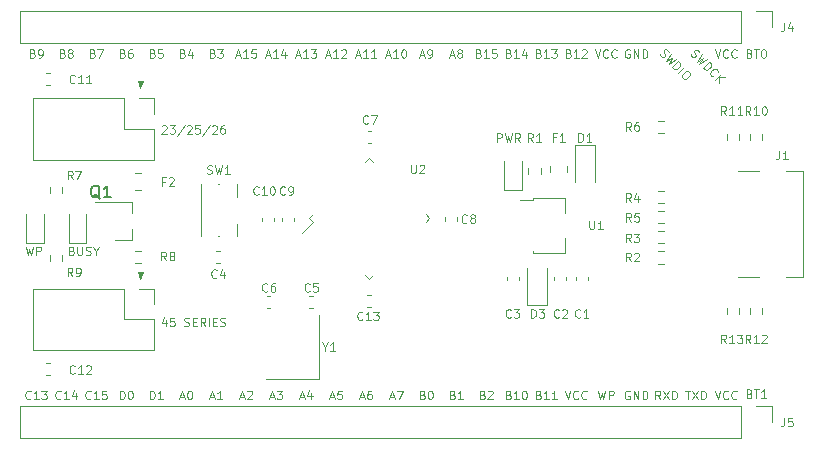
<source format=gto>
G04 #@! TF.GenerationSoftware,KiCad,Pcbnew,5.1.8+dfsg1-1~bpo10+1*
G04 #@! TF.CreationDate,2020-12-17T11:19:26+08:00*
G04 #@! TF.ProjectId,stm32-io-extend,73746d33-322d-4696-9f2d-657874656e64,rev?*
G04 #@! TF.SameCoordinates,PX4cf27c8PY5b7b308*
G04 #@! TF.FileFunction,Legend,Top*
G04 #@! TF.FilePolarity,Positive*
%FSLAX46Y46*%
G04 Gerber Fmt 4.6, Leading zero omitted, Abs format (unit mm)*
G04 Created by KiCad (PCBNEW 5.1.8+dfsg1-1~bpo10+1) date 2020-12-17 11:19:26*
%MOMM*%
%LPD*%
G01*
G04 APERTURE LIST*
%ADD10C,0.120000*%
%ADD11C,0.150000*%
G04 APERTURE END LIST*
D10*
X3223571Y34476429D02*
X3326428Y34442143D01*
X3360714Y34407858D01*
X3395000Y34339286D01*
X3395000Y34236429D01*
X3360714Y34167858D01*
X3326428Y34133572D01*
X3257857Y34099286D01*
X2983571Y34099286D01*
X2983571Y34819286D01*
X3223571Y34819286D01*
X3292142Y34785000D01*
X3326428Y34750715D01*
X3360714Y34682143D01*
X3360714Y34613572D01*
X3326428Y34545000D01*
X3292142Y34510715D01*
X3223571Y34476429D01*
X2983571Y34476429D01*
X3737857Y34099286D02*
X3875000Y34099286D01*
X3943571Y34133572D01*
X3977857Y34167858D01*
X4046428Y34270715D01*
X4080714Y34407858D01*
X4080714Y34682143D01*
X4046428Y34750715D01*
X4012142Y34785000D01*
X3943571Y34819286D01*
X3806428Y34819286D01*
X3737857Y34785000D01*
X3703571Y34750715D01*
X3669285Y34682143D01*
X3669285Y34510715D01*
X3703571Y34442143D01*
X3737857Y34407858D01*
X3806428Y34373572D01*
X3943571Y34373572D01*
X4012142Y34407858D01*
X4046428Y34442143D01*
X4080714Y34510715D01*
X5763571Y34476429D02*
X5866428Y34442143D01*
X5900714Y34407858D01*
X5935000Y34339286D01*
X5935000Y34236429D01*
X5900714Y34167858D01*
X5866428Y34133572D01*
X5797857Y34099286D01*
X5523571Y34099286D01*
X5523571Y34819286D01*
X5763571Y34819286D01*
X5832142Y34785000D01*
X5866428Y34750715D01*
X5900714Y34682143D01*
X5900714Y34613572D01*
X5866428Y34545000D01*
X5832142Y34510715D01*
X5763571Y34476429D01*
X5523571Y34476429D01*
X6346428Y34510715D02*
X6277857Y34545000D01*
X6243571Y34579286D01*
X6209285Y34647858D01*
X6209285Y34682143D01*
X6243571Y34750715D01*
X6277857Y34785000D01*
X6346428Y34819286D01*
X6483571Y34819286D01*
X6552142Y34785000D01*
X6586428Y34750715D01*
X6620714Y34682143D01*
X6620714Y34647858D01*
X6586428Y34579286D01*
X6552142Y34545000D01*
X6483571Y34510715D01*
X6346428Y34510715D01*
X6277857Y34476429D01*
X6243571Y34442143D01*
X6209285Y34373572D01*
X6209285Y34236429D01*
X6243571Y34167858D01*
X6277857Y34133572D01*
X6346428Y34099286D01*
X6483571Y34099286D01*
X6552142Y34133572D01*
X6586428Y34167858D01*
X6620714Y34236429D01*
X6620714Y34373572D01*
X6586428Y34442143D01*
X6552142Y34476429D01*
X6483571Y34510715D01*
X8303571Y34476429D02*
X8406428Y34442143D01*
X8440714Y34407858D01*
X8475000Y34339286D01*
X8475000Y34236429D01*
X8440714Y34167858D01*
X8406428Y34133572D01*
X8337857Y34099286D01*
X8063571Y34099286D01*
X8063571Y34819286D01*
X8303571Y34819286D01*
X8372142Y34785000D01*
X8406428Y34750715D01*
X8440714Y34682143D01*
X8440714Y34613572D01*
X8406428Y34545000D01*
X8372142Y34510715D01*
X8303571Y34476429D01*
X8063571Y34476429D01*
X8715000Y34819286D02*
X9195000Y34819286D01*
X8886428Y34099286D01*
X10843571Y34476429D02*
X10946428Y34442143D01*
X10980714Y34407858D01*
X11015000Y34339286D01*
X11015000Y34236429D01*
X10980714Y34167858D01*
X10946428Y34133572D01*
X10877857Y34099286D01*
X10603571Y34099286D01*
X10603571Y34819286D01*
X10843571Y34819286D01*
X10912142Y34785000D01*
X10946428Y34750715D01*
X10980714Y34682143D01*
X10980714Y34613572D01*
X10946428Y34545000D01*
X10912142Y34510715D01*
X10843571Y34476429D01*
X10603571Y34476429D01*
X11632142Y34819286D02*
X11495000Y34819286D01*
X11426428Y34785000D01*
X11392142Y34750715D01*
X11323571Y34647858D01*
X11289285Y34510715D01*
X11289285Y34236429D01*
X11323571Y34167858D01*
X11357857Y34133572D01*
X11426428Y34099286D01*
X11563571Y34099286D01*
X11632142Y34133572D01*
X11666428Y34167858D01*
X11700714Y34236429D01*
X11700714Y34407858D01*
X11666428Y34476429D01*
X11632142Y34510715D01*
X11563571Y34545000D01*
X11426428Y34545000D01*
X11357857Y34510715D01*
X11323571Y34476429D01*
X11289285Y34407858D01*
X13383571Y34476429D02*
X13486428Y34442143D01*
X13520714Y34407858D01*
X13555000Y34339286D01*
X13555000Y34236429D01*
X13520714Y34167858D01*
X13486428Y34133572D01*
X13417857Y34099286D01*
X13143571Y34099286D01*
X13143571Y34819286D01*
X13383571Y34819286D01*
X13452142Y34785000D01*
X13486428Y34750715D01*
X13520714Y34682143D01*
X13520714Y34613572D01*
X13486428Y34545000D01*
X13452142Y34510715D01*
X13383571Y34476429D01*
X13143571Y34476429D01*
X14206428Y34819286D02*
X13863571Y34819286D01*
X13829285Y34476429D01*
X13863571Y34510715D01*
X13932142Y34545000D01*
X14103571Y34545000D01*
X14172142Y34510715D01*
X14206428Y34476429D01*
X14240714Y34407858D01*
X14240714Y34236429D01*
X14206428Y34167858D01*
X14172142Y34133572D01*
X14103571Y34099286D01*
X13932142Y34099286D01*
X13863571Y34133572D01*
X13829285Y34167858D01*
X15923571Y34476429D02*
X16026428Y34442143D01*
X16060714Y34407858D01*
X16095000Y34339286D01*
X16095000Y34236429D01*
X16060714Y34167858D01*
X16026428Y34133572D01*
X15957857Y34099286D01*
X15683571Y34099286D01*
X15683571Y34819286D01*
X15923571Y34819286D01*
X15992142Y34785000D01*
X16026428Y34750715D01*
X16060714Y34682143D01*
X16060714Y34613572D01*
X16026428Y34545000D01*
X15992142Y34510715D01*
X15923571Y34476429D01*
X15683571Y34476429D01*
X16712142Y34579286D02*
X16712142Y34099286D01*
X16540714Y34853572D02*
X16369285Y34339286D01*
X16815000Y34339286D01*
X18463571Y34476429D02*
X18566428Y34442143D01*
X18600714Y34407858D01*
X18635000Y34339286D01*
X18635000Y34236429D01*
X18600714Y34167858D01*
X18566428Y34133572D01*
X18497857Y34099286D01*
X18223571Y34099286D01*
X18223571Y34819286D01*
X18463571Y34819286D01*
X18532142Y34785000D01*
X18566428Y34750715D01*
X18600714Y34682143D01*
X18600714Y34613572D01*
X18566428Y34545000D01*
X18532142Y34510715D01*
X18463571Y34476429D01*
X18223571Y34476429D01*
X18875000Y34819286D02*
X19320714Y34819286D01*
X19080714Y34545000D01*
X19183571Y34545000D01*
X19252142Y34510715D01*
X19286428Y34476429D01*
X19320714Y34407858D01*
X19320714Y34236429D01*
X19286428Y34167858D01*
X19252142Y34133572D01*
X19183571Y34099286D01*
X18977857Y34099286D01*
X18909285Y34133572D01*
X18875000Y34167858D01*
X20437857Y34305000D02*
X20780714Y34305000D01*
X20369285Y34099286D02*
X20609285Y34819286D01*
X20849285Y34099286D01*
X21466428Y34099286D02*
X21055000Y34099286D01*
X21260714Y34099286D02*
X21260714Y34819286D01*
X21192142Y34716429D01*
X21123571Y34647858D01*
X21055000Y34613572D01*
X22117857Y34819286D02*
X21775000Y34819286D01*
X21740714Y34476429D01*
X21775000Y34510715D01*
X21843571Y34545000D01*
X22015000Y34545000D01*
X22083571Y34510715D01*
X22117857Y34476429D01*
X22152142Y34407858D01*
X22152142Y34236429D01*
X22117857Y34167858D01*
X22083571Y34133572D01*
X22015000Y34099286D01*
X21843571Y34099286D01*
X21775000Y34133572D01*
X21740714Y34167858D01*
X22977857Y34305000D02*
X23320714Y34305000D01*
X22909285Y34099286D02*
X23149285Y34819286D01*
X23389285Y34099286D01*
X24006428Y34099286D02*
X23595000Y34099286D01*
X23800714Y34099286D02*
X23800714Y34819286D01*
X23732142Y34716429D01*
X23663571Y34647858D01*
X23595000Y34613572D01*
X24623571Y34579286D02*
X24623571Y34099286D01*
X24452142Y34853572D02*
X24280714Y34339286D01*
X24726428Y34339286D01*
X25517857Y34305000D02*
X25860714Y34305000D01*
X25449285Y34099286D02*
X25689285Y34819286D01*
X25929285Y34099286D01*
X26546428Y34099286D02*
X26135000Y34099286D01*
X26340714Y34099286D02*
X26340714Y34819286D01*
X26272142Y34716429D01*
X26203571Y34647858D01*
X26135000Y34613572D01*
X26786428Y34819286D02*
X27232142Y34819286D01*
X26992142Y34545000D01*
X27095000Y34545000D01*
X27163571Y34510715D01*
X27197857Y34476429D01*
X27232142Y34407858D01*
X27232142Y34236429D01*
X27197857Y34167858D01*
X27163571Y34133572D01*
X27095000Y34099286D01*
X26889285Y34099286D01*
X26820714Y34133572D01*
X26786428Y34167858D01*
X28057857Y34305000D02*
X28400714Y34305000D01*
X27989285Y34099286D02*
X28229285Y34819286D01*
X28469285Y34099286D01*
X29086428Y34099286D02*
X28675000Y34099286D01*
X28880714Y34099286D02*
X28880714Y34819286D01*
X28812142Y34716429D01*
X28743571Y34647858D01*
X28675000Y34613572D01*
X29360714Y34750715D02*
X29395000Y34785000D01*
X29463571Y34819286D01*
X29635000Y34819286D01*
X29703571Y34785000D01*
X29737857Y34750715D01*
X29772142Y34682143D01*
X29772142Y34613572D01*
X29737857Y34510715D01*
X29326428Y34099286D01*
X29772142Y34099286D01*
X30597857Y34305000D02*
X30940714Y34305000D01*
X30529285Y34099286D02*
X30769285Y34819286D01*
X31009285Y34099286D01*
X31626428Y34099286D02*
X31215000Y34099286D01*
X31420714Y34099286D02*
X31420714Y34819286D01*
X31352142Y34716429D01*
X31283571Y34647858D01*
X31215000Y34613572D01*
X32312142Y34099286D02*
X31900714Y34099286D01*
X32106428Y34099286D02*
X32106428Y34819286D01*
X32037857Y34716429D01*
X31969285Y34647858D01*
X31900714Y34613572D01*
X33137857Y34305000D02*
X33480714Y34305000D01*
X33069285Y34099286D02*
X33309285Y34819286D01*
X33549285Y34099286D01*
X34166428Y34099286D02*
X33755000Y34099286D01*
X33960714Y34099286D02*
X33960714Y34819286D01*
X33892142Y34716429D01*
X33823571Y34647858D01*
X33755000Y34613572D01*
X34612142Y34819286D02*
X34680714Y34819286D01*
X34749285Y34785000D01*
X34783571Y34750715D01*
X34817857Y34682143D01*
X34852142Y34545000D01*
X34852142Y34373572D01*
X34817857Y34236429D01*
X34783571Y34167858D01*
X34749285Y34133572D01*
X34680714Y34099286D01*
X34612142Y34099286D01*
X34543571Y34133572D01*
X34509285Y34167858D01*
X34475000Y34236429D01*
X34440714Y34373572D01*
X34440714Y34545000D01*
X34475000Y34682143D01*
X34509285Y34750715D01*
X34543571Y34785000D01*
X34612142Y34819286D01*
X36020714Y34305000D02*
X36363571Y34305000D01*
X35952142Y34099286D02*
X36192142Y34819286D01*
X36432142Y34099286D01*
X36706428Y34099286D02*
X36843571Y34099286D01*
X36912142Y34133572D01*
X36946428Y34167858D01*
X37015000Y34270715D01*
X37049285Y34407858D01*
X37049285Y34682143D01*
X37015000Y34750715D01*
X36980714Y34785000D01*
X36912142Y34819286D01*
X36775000Y34819286D01*
X36706428Y34785000D01*
X36672142Y34750715D01*
X36637857Y34682143D01*
X36637857Y34510715D01*
X36672142Y34442143D01*
X36706428Y34407858D01*
X36775000Y34373572D01*
X36912142Y34373572D01*
X36980714Y34407858D01*
X37015000Y34442143D01*
X37049285Y34510715D01*
X38560714Y34305000D02*
X38903571Y34305000D01*
X38492142Y34099286D02*
X38732142Y34819286D01*
X38972142Y34099286D01*
X39315000Y34510715D02*
X39246428Y34545000D01*
X39212142Y34579286D01*
X39177857Y34647858D01*
X39177857Y34682143D01*
X39212142Y34750715D01*
X39246428Y34785000D01*
X39315000Y34819286D01*
X39452142Y34819286D01*
X39520714Y34785000D01*
X39555000Y34750715D01*
X39589285Y34682143D01*
X39589285Y34647858D01*
X39555000Y34579286D01*
X39520714Y34545000D01*
X39452142Y34510715D01*
X39315000Y34510715D01*
X39246428Y34476429D01*
X39212142Y34442143D01*
X39177857Y34373572D01*
X39177857Y34236429D01*
X39212142Y34167858D01*
X39246428Y34133572D01*
X39315000Y34099286D01*
X39452142Y34099286D01*
X39520714Y34133572D01*
X39555000Y34167858D01*
X39589285Y34236429D01*
X39589285Y34373572D01*
X39555000Y34442143D01*
X39520714Y34476429D01*
X39452142Y34510715D01*
X40980714Y34476429D02*
X41083571Y34442143D01*
X41117857Y34407858D01*
X41152142Y34339286D01*
X41152142Y34236429D01*
X41117857Y34167858D01*
X41083571Y34133572D01*
X41015000Y34099286D01*
X40740714Y34099286D01*
X40740714Y34819286D01*
X40980714Y34819286D01*
X41049285Y34785000D01*
X41083571Y34750715D01*
X41117857Y34682143D01*
X41117857Y34613572D01*
X41083571Y34545000D01*
X41049285Y34510715D01*
X40980714Y34476429D01*
X40740714Y34476429D01*
X41837857Y34099286D02*
X41426428Y34099286D01*
X41632142Y34099286D02*
X41632142Y34819286D01*
X41563571Y34716429D01*
X41495000Y34647858D01*
X41426428Y34613572D01*
X42489285Y34819286D02*
X42146428Y34819286D01*
X42112142Y34476429D01*
X42146428Y34510715D01*
X42215000Y34545000D01*
X42386428Y34545000D01*
X42455000Y34510715D01*
X42489285Y34476429D01*
X42523571Y34407858D01*
X42523571Y34236429D01*
X42489285Y34167858D01*
X42455000Y34133572D01*
X42386428Y34099286D01*
X42215000Y34099286D01*
X42146428Y34133572D01*
X42112142Y34167858D01*
X43520714Y34476429D02*
X43623571Y34442143D01*
X43657857Y34407858D01*
X43692142Y34339286D01*
X43692142Y34236429D01*
X43657857Y34167858D01*
X43623571Y34133572D01*
X43555000Y34099286D01*
X43280714Y34099286D01*
X43280714Y34819286D01*
X43520714Y34819286D01*
X43589285Y34785000D01*
X43623571Y34750715D01*
X43657857Y34682143D01*
X43657857Y34613572D01*
X43623571Y34545000D01*
X43589285Y34510715D01*
X43520714Y34476429D01*
X43280714Y34476429D01*
X44377857Y34099286D02*
X43966428Y34099286D01*
X44172142Y34099286D02*
X44172142Y34819286D01*
X44103571Y34716429D01*
X44035000Y34647858D01*
X43966428Y34613572D01*
X44995000Y34579286D02*
X44995000Y34099286D01*
X44823571Y34853572D02*
X44652142Y34339286D01*
X45097857Y34339286D01*
X46060714Y34476429D02*
X46163571Y34442143D01*
X46197857Y34407858D01*
X46232142Y34339286D01*
X46232142Y34236429D01*
X46197857Y34167858D01*
X46163571Y34133572D01*
X46095000Y34099286D01*
X45820714Y34099286D01*
X45820714Y34819286D01*
X46060714Y34819286D01*
X46129285Y34785000D01*
X46163571Y34750715D01*
X46197857Y34682143D01*
X46197857Y34613572D01*
X46163571Y34545000D01*
X46129285Y34510715D01*
X46060714Y34476429D01*
X45820714Y34476429D01*
X46917857Y34099286D02*
X46506428Y34099286D01*
X46712142Y34099286D02*
X46712142Y34819286D01*
X46643571Y34716429D01*
X46575000Y34647858D01*
X46506428Y34613572D01*
X47157857Y34819286D02*
X47603571Y34819286D01*
X47363571Y34545000D01*
X47466428Y34545000D01*
X47535000Y34510715D01*
X47569285Y34476429D01*
X47603571Y34407858D01*
X47603571Y34236429D01*
X47569285Y34167858D01*
X47535000Y34133572D01*
X47466428Y34099286D01*
X47260714Y34099286D01*
X47192142Y34133572D01*
X47157857Y34167858D01*
X48600714Y34476429D02*
X48703571Y34442143D01*
X48737857Y34407858D01*
X48772142Y34339286D01*
X48772142Y34236429D01*
X48737857Y34167858D01*
X48703571Y34133572D01*
X48635000Y34099286D01*
X48360714Y34099286D01*
X48360714Y34819286D01*
X48600714Y34819286D01*
X48669285Y34785000D01*
X48703571Y34750715D01*
X48737857Y34682143D01*
X48737857Y34613572D01*
X48703571Y34545000D01*
X48669285Y34510715D01*
X48600714Y34476429D01*
X48360714Y34476429D01*
X49457857Y34099286D02*
X49046428Y34099286D01*
X49252142Y34099286D02*
X49252142Y34819286D01*
X49183571Y34716429D01*
X49115000Y34647858D01*
X49046428Y34613572D01*
X49732142Y34750715D02*
X49766428Y34785000D01*
X49835000Y34819286D01*
X50006428Y34819286D01*
X50075000Y34785000D01*
X50109285Y34750715D01*
X50143571Y34682143D01*
X50143571Y34613572D01*
X50109285Y34510715D01*
X49697857Y34099286D01*
X50143571Y34099286D01*
X53766428Y34785000D02*
X53697857Y34819286D01*
X53595000Y34819286D01*
X53492142Y34785000D01*
X53423571Y34716429D01*
X53389285Y34647858D01*
X53355000Y34510715D01*
X53355000Y34407858D01*
X53389285Y34270715D01*
X53423571Y34202143D01*
X53492142Y34133572D01*
X53595000Y34099286D01*
X53663571Y34099286D01*
X53766428Y34133572D01*
X53800714Y34167858D01*
X53800714Y34407858D01*
X53663571Y34407858D01*
X54109285Y34099286D02*
X54109285Y34819286D01*
X54520714Y34099286D01*
X54520714Y34819286D01*
X54863571Y34099286D02*
X54863571Y34819286D01*
X55035000Y34819286D01*
X55137857Y34785000D01*
X55206428Y34716429D01*
X55240714Y34647858D01*
X55275000Y34510715D01*
X55275000Y34407858D01*
X55240714Y34270715D01*
X55206428Y34202143D01*
X55137857Y34133572D01*
X55035000Y34099286D01*
X54863571Y34099286D01*
X50815000Y34819286D02*
X51055000Y34099286D01*
X51295000Y34819286D01*
X51946428Y34167858D02*
X51912142Y34133572D01*
X51809285Y34099286D01*
X51740714Y34099286D01*
X51637857Y34133572D01*
X51569285Y34202143D01*
X51535000Y34270715D01*
X51500714Y34407858D01*
X51500714Y34510715D01*
X51535000Y34647858D01*
X51569285Y34716429D01*
X51637857Y34785000D01*
X51740714Y34819286D01*
X51809285Y34819286D01*
X51912142Y34785000D01*
X51946428Y34750715D01*
X52666428Y34167858D02*
X52632142Y34133572D01*
X52529285Y34099286D01*
X52460714Y34099286D01*
X52357857Y34133572D01*
X52289285Y34202143D01*
X52255000Y34270715D01*
X52220714Y34407858D01*
X52220714Y34510715D01*
X52255000Y34647858D01*
X52289285Y34716429D01*
X52357857Y34785000D01*
X52460714Y34819286D01*
X52529285Y34819286D01*
X52632142Y34785000D01*
X52666428Y34750715D01*
X56330085Y34397772D02*
X56378573Y34300798D01*
X56499791Y34179579D01*
X56572522Y34155336D01*
X56621009Y34155336D01*
X56693740Y34179579D01*
X56742228Y34228067D01*
X56766471Y34300798D01*
X56766471Y34349285D01*
X56742228Y34422016D01*
X56669497Y34543234D01*
X56645253Y34615965D01*
X56645253Y34664453D01*
X56669497Y34737184D01*
X56717984Y34785671D01*
X56790715Y34809915D01*
X56839202Y34809915D01*
X56911933Y34785671D01*
X57033152Y34664453D01*
X57081639Y34567478D01*
X57275588Y34422016D02*
X56887690Y33791681D01*
X57348319Y34058361D01*
X57081639Y33597731D01*
X57711974Y33985630D01*
X57396807Y33282564D02*
X57905923Y33791681D01*
X58027142Y33670462D01*
X58075629Y33573488D01*
X58075629Y33476513D01*
X58051385Y33403782D01*
X57978654Y33282564D01*
X57905923Y33209833D01*
X57784705Y33137102D01*
X57711974Y33112858D01*
X57615000Y33112858D01*
X57518025Y33161346D01*
X57396807Y33282564D01*
X57905923Y32773447D02*
X58415040Y33282564D01*
X58754452Y32943153D02*
X58851426Y32846178D01*
X58875670Y32773447D01*
X58875670Y32676472D01*
X58802939Y32555254D01*
X58633233Y32385548D01*
X58512015Y32312817D01*
X58415040Y32312817D01*
X58342309Y32337061D01*
X58245335Y32434036D01*
X58221091Y32506767D01*
X58221091Y32603741D01*
X58293822Y32724960D01*
X58463528Y32894665D01*
X58584746Y32967396D01*
X58681721Y32967396D01*
X58754452Y32943153D01*
X58928867Y34388991D02*
X58977354Y34292016D01*
X59098573Y34170798D01*
X59171304Y34146554D01*
X59219791Y34146554D01*
X59292522Y34170798D01*
X59341009Y34219285D01*
X59365253Y34292016D01*
X59365253Y34340503D01*
X59341009Y34413234D01*
X59268278Y34534453D01*
X59244035Y34607184D01*
X59244035Y34655671D01*
X59268278Y34728402D01*
X59316766Y34776889D01*
X59389497Y34801133D01*
X59437984Y34801133D01*
X59510715Y34776889D01*
X59631933Y34655671D01*
X59680421Y34558696D01*
X59874370Y34413234D02*
X59486471Y33782899D01*
X59947101Y34049579D01*
X59680421Y33588950D01*
X60310756Y33976848D01*
X59995588Y33273782D02*
X60504705Y33782899D01*
X60625923Y33661681D01*
X60674411Y33564706D01*
X60674411Y33467731D01*
X60650167Y33395000D01*
X60577436Y33273782D01*
X60504705Y33201051D01*
X60383487Y33128320D01*
X60310756Y33104077D01*
X60213781Y33104077D01*
X60116807Y33152564D01*
X59995588Y33273782D01*
X60844116Y32522229D02*
X60795629Y32522229D01*
X60698654Y32570716D01*
X60650167Y32619203D01*
X60601680Y32716178D01*
X60601680Y32813153D01*
X60625923Y32885884D01*
X60698654Y33007102D01*
X60771385Y33079833D01*
X60892604Y33152564D01*
X60965335Y33176808D01*
X61062309Y33176808D01*
X61159284Y33128320D01*
X61207771Y33079833D01*
X61256259Y32982858D01*
X61256259Y32934371D01*
X61013822Y32255548D02*
X61522939Y32764665D01*
X61304746Y31964624D02*
X61377477Y32473741D01*
X61813863Y32473741D02*
X61232015Y32473741D01*
X63909285Y34476429D02*
X64012142Y34442143D01*
X64046428Y34407858D01*
X64080714Y34339286D01*
X64080714Y34236429D01*
X64046428Y34167858D01*
X64012142Y34133572D01*
X63943571Y34099286D01*
X63669285Y34099286D01*
X63669285Y34819286D01*
X63909285Y34819286D01*
X63977857Y34785000D01*
X64012142Y34750715D01*
X64046428Y34682143D01*
X64046428Y34613572D01*
X64012142Y34545000D01*
X63977857Y34510715D01*
X63909285Y34476429D01*
X63669285Y34476429D01*
X64286428Y34819286D02*
X64697857Y34819286D01*
X64492142Y34099286D02*
X64492142Y34819286D01*
X65075000Y34819286D02*
X65143571Y34819286D01*
X65212142Y34785000D01*
X65246428Y34750715D01*
X65280714Y34682143D01*
X65315000Y34545000D01*
X65315000Y34373572D01*
X65280714Y34236429D01*
X65246428Y34167858D01*
X65212142Y34133572D01*
X65143571Y34099286D01*
X65075000Y34099286D01*
X65006428Y34133572D01*
X64972142Y34167858D01*
X64937857Y34236429D01*
X64903571Y34373572D01*
X64903571Y34545000D01*
X64937857Y34682143D01*
X64972142Y34750715D01*
X65006428Y34785000D01*
X65075000Y34819286D01*
X60975000Y34819286D02*
X61215000Y34099286D01*
X61455000Y34819286D01*
X62106428Y34167858D02*
X62072142Y34133572D01*
X61969285Y34099286D01*
X61900714Y34099286D01*
X61797857Y34133572D01*
X61729285Y34202143D01*
X61695000Y34270715D01*
X61660714Y34407858D01*
X61660714Y34510715D01*
X61695000Y34647858D01*
X61729285Y34716429D01*
X61797857Y34785000D01*
X61900714Y34819286D01*
X61969285Y34819286D01*
X62072142Y34785000D01*
X62106428Y34750715D01*
X62826428Y34167858D02*
X62792142Y34133572D01*
X62689285Y34099286D01*
X62620714Y34099286D01*
X62517857Y34133572D01*
X62449285Y34202143D01*
X62415000Y34270715D01*
X62380714Y34407858D01*
X62380714Y34510715D01*
X62415000Y34647858D01*
X62449285Y34716429D01*
X62517857Y34785000D01*
X62620714Y34819286D01*
X62689285Y34819286D01*
X62792142Y34785000D01*
X62826428Y34750715D01*
X63909285Y5676429D02*
X64012142Y5642143D01*
X64046428Y5607858D01*
X64080714Y5539286D01*
X64080714Y5436429D01*
X64046428Y5367858D01*
X64012142Y5333572D01*
X63943571Y5299286D01*
X63669285Y5299286D01*
X63669285Y6019286D01*
X63909285Y6019286D01*
X63977857Y5985000D01*
X64012142Y5950715D01*
X64046428Y5882143D01*
X64046428Y5813572D01*
X64012142Y5745000D01*
X63977857Y5710715D01*
X63909285Y5676429D01*
X63669285Y5676429D01*
X64286428Y6019286D02*
X64697857Y6019286D01*
X64492142Y5299286D02*
X64492142Y6019286D01*
X65315000Y5299286D02*
X64903571Y5299286D01*
X65109285Y5299286D02*
X65109285Y6019286D01*
X65040714Y5916429D01*
X64972142Y5847858D01*
X64903571Y5813572D01*
X60975000Y5919286D02*
X61215000Y5199286D01*
X61455000Y5919286D01*
X62106428Y5267858D02*
X62072142Y5233572D01*
X61969285Y5199286D01*
X61900714Y5199286D01*
X61797857Y5233572D01*
X61729285Y5302143D01*
X61695000Y5370715D01*
X61660714Y5507858D01*
X61660714Y5610715D01*
X61695000Y5747858D01*
X61729285Y5816429D01*
X61797857Y5885000D01*
X61900714Y5919286D01*
X61969285Y5919286D01*
X62072142Y5885000D01*
X62106428Y5850715D01*
X62826428Y5267858D02*
X62792142Y5233572D01*
X62689285Y5199286D01*
X62620714Y5199286D01*
X62517857Y5233572D01*
X62449285Y5302143D01*
X62415000Y5370715D01*
X62380714Y5507858D01*
X62380714Y5610715D01*
X62415000Y5747858D01*
X62449285Y5816429D01*
X62517857Y5885000D01*
X62620714Y5919286D01*
X62689285Y5919286D01*
X62792142Y5885000D01*
X62826428Y5850715D01*
X58486428Y5919286D02*
X58897857Y5919286D01*
X58692142Y5199286D02*
X58692142Y5919286D01*
X59069285Y5919286D02*
X59549285Y5199286D01*
X59549285Y5919286D02*
X59069285Y5199286D01*
X59823571Y5199286D02*
X59823571Y5919286D01*
X59995000Y5919286D01*
X60097857Y5885000D01*
X60166428Y5816429D01*
X60200714Y5747858D01*
X60235000Y5610715D01*
X60235000Y5507858D01*
X60200714Y5370715D01*
X60166428Y5302143D01*
X60097857Y5233572D01*
X59995000Y5199286D01*
X59823571Y5199286D01*
X56375000Y5199286D02*
X56135000Y5542143D01*
X55963571Y5199286D02*
X55963571Y5919286D01*
X56237857Y5919286D01*
X56306428Y5885000D01*
X56340714Y5850715D01*
X56375000Y5782143D01*
X56375000Y5679286D01*
X56340714Y5610715D01*
X56306428Y5576429D01*
X56237857Y5542143D01*
X55963571Y5542143D01*
X56615000Y5919286D02*
X57095000Y5199286D01*
X57095000Y5919286D02*
X56615000Y5199286D01*
X57369285Y5199286D02*
X57369285Y5919286D01*
X57540714Y5919286D01*
X57643571Y5885000D01*
X57712142Y5816429D01*
X57746428Y5747858D01*
X57780714Y5610715D01*
X57780714Y5507858D01*
X57746428Y5370715D01*
X57712142Y5302143D01*
X57643571Y5233572D01*
X57540714Y5199286D01*
X57369285Y5199286D01*
X53766428Y5885000D02*
X53697857Y5919286D01*
X53595000Y5919286D01*
X53492142Y5885000D01*
X53423571Y5816429D01*
X53389285Y5747858D01*
X53355000Y5610715D01*
X53355000Y5507858D01*
X53389285Y5370715D01*
X53423571Y5302143D01*
X53492142Y5233572D01*
X53595000Y5199286D01*
X53663571Y5199286D01*
X53766428Y5233572D01*
X53800714Y5267858D01*
X53800714Y5507858D01*
X53663571Y5507858D01*
X54109285Y5199286D02*
X54109285Y5919286D01*
X54520714Y5199286D01*
X54520714Y5919286D01*
X54863571Y5199286D02*
X54863571Y5919286D01*
X55035000Y5919286D01*
X55137857Y5885000D01*
X55206428Y5816429D01*
X55240714Y5747858D01*
X55275000Y5610715D01*
X55275000Y5507858D01*
X55240714Y5370715D01*
X55206428Y5302143D01*
X55137857Y5233572D01*
X55035000Y5199286D01*
X54863571Y5199286D01*
X51106428Y5919286D02*
X51277857Y5199286D01*
X51415000Y5713572D01*
X51552142Y5199286D01*
X51723571Y5919286D01*
X51997857Y5199286D02*
X51997857Y5919286D01*
X52272142Y5919286D01*
X52340714Y5885000D01*
X52375000Y5850715D01*
X52409285Y5782143D01*
X52409285Y5679286D01*
X52375000Y5610715D01*
X52340714Y5576429D01*
X52272142Y5542143D01*
X51997857Y5542143D01*
X48275000Y5919286D02*
X48515000Y5199286D01*
X48755000Y5919286D01*
X49406428Y5267858D02*
X49372142Y5233572D01*
X49269285Y5199286D01*
X49200714Y5199286D01*
X49097857Y5233572D01*
X49029285Y5302143D01*
X48995000Y5370715D01*
X48960714Y5507858D01*
X48960714Y5610715D01*
X48995000Y5747858D01*
X49029285Y5816429D01*
X49097857Y5885000D01*
X49200714Y5919286D01*
X49269285Y5919286D01*
X49372142Y5885000D01*
X49406428Y5850715D01*
X50126428Y5267858D02*
X50092142Y5233572D01*
X49989285Y5199286D01*
X49920714Y5199286D01*
X49817857Y5233572D01*
X49749285Y5302143D01*
X49715000Y5370715D01*
X49680714Y5507858D01*
X49680714Y5610715D01*
X49715000Y5747858D01*
X49749285Y5816429D01*
X49817857Y5885000D01*
X49920714Y5919286D01*
X49989285Y5919286D01*
X50092142Y5885000D01*
X50126428Y5850715D01*
X46060714Y5576429D02*
X46163571Y5542143D01*
X46197857Y5507858D01*
X46232142Y5439286D01*
X46232142Y5336429D01*
X46197857Y5267858D01*
X46163571Y5233572D01*
X46095000Y5199286D01*
X45820714Y5199286D01*
X45820714Y5919286D01*
X46060714Y5919286D01*
X46129285Y5885000D01*
X46163571Y5850715D01*
X46197857Y5782143D01*
X46197857Y5713572D01*
X46163571Y5645000D01*
X46129285Y5610715D01*
X46060714Y5576429D01*
X45820714Y5576429D01*
X46917857Y5199286D02*
X46506428Y5199286D01*
X46712142Y5199286D02*
X46712142Y5919286D01*
X46643571Y5816429D01*
X46575000Y5747858D01*
X46506428Y5713572D01*
X47603571Y5199286D02*
X47192142Y5199286D01*
X47397857Y5199286D02*
X47397857Y5919286D01*
X47329285Y5816429D01*
X47260714Y5747858D01*
X47192142Y5713572D01*
X43520714Y5576429D02*
X43623571Y5542143D01*
X43657857Y5507858D01*
X43692142Y5439286D01*
X43692142Y5336429D01*
X43657857Y5267858D01*
X43623571Y5233572D01*
X43555000Y5199286D01*
X43280714Y5199286D01*
X43280714Y5919286D01*
X43520714Y5919286D01*
X43589285Y5885000D01*
X43623571Y5850715D01*
X43657857Y5782143D01*
X43657857Y5713572D01*
X43623571Y5645000D01*
X43589285Y5610715D01*
X43520714Y5576429D01*
X43280714Y5576429D01*
X44377857Y5199286D02*
X43966428Y5199286D01*
X44172142Y5199286D02*
X44172142Y5919286D01*
X44103571Y5816429D01*
X44035000Y5747858D01*
X43966428Y5713572D01*
X44823571Y5919286D02*
X44892142Y5919286D01*
X44960714Y5885000D01*
X44995000Y5850715D01*
X45029285Y5782143D01*
X45063571Y5645000D01*
X45063571Y5473572D01*
X45029285Y5336429D01*
X44995000Y5267858D01*
X44960714Y5233572D01*
X44892142Y5199286D01*
X44823571Y5199286D01*
X44755000Y5233572D01*
X44720714Y5267858D01*
X44686428Y5336429D01*
X44652142Y5473572D01*
X44652142Y5645000D01*
X44686428Y5782143D01*
X44720714Y5850715D01*
X44755000Y5885000D01*
X44823571Y5919286D01*
X41323571Y5576429D02*
X41426428Y5542143D01*
X41460714Y5507858D01*
X41495000Y5439286D01*
X41495000Y5336429D01*
X41460714Y5267858D01*
X41426428Y5233572D01*
X41357857Y5199286D01*
X41083571Y5199286D01*
X41083571Y5919286D01*
X41323571Y5919286D01*
X41392142Y5885000D01*
X41426428Y5850715D01*
X41460714Y5782143D01*
X41460714Y5713572D01*
X41426428Y5645000D01*
X41392142Y5610715D01*
X41323571Y5576429D01*
X41083571Y5576429D01*
X41769285Y5850715D02*
X41803571Y5885000D01*
X41872142Y5919286D01*
X42043571Y5919286D01*
X42112142Y5885000D01*
X42146428Y5850715D01*
X42180714Y5782143D01*
X42180714Y5713572D01*
X42146428Y5610715D01*
X41735000Y5199286D01*
X42180714Y5199286D01*
X38783571Y5576429D02*
X38886428Y5542143D01*
X38920714Y5507858D01*
X38955000Y5439286D01*
X38955000Y5336429D01*
X38920714Y5267858D01*
X38886428Y5233572D01*
X38817857Y5199286D01*
X38543571Y5199286D01*
X38543571Y5919286D01*
X38783571Y5919286D01*
X38852142Y5885000D01*
X38886428Y5850715D01*
X38920714Y5782143D01*
X38920714Y5713572D01*
X38886428Y5645000D01*
X38852142Y5610715D01*
X38783571Y5576429D01*
X38543571Y5576429D01*
X39640714Y5199286D02*
X39229285Y5199286D01*
X39435000Y5199286D02*
X39435000Y5919286D01*
X39366428Y5816429D01*
X39297857Y5747858D01*
X39229285Y5713572D01*
X36243571Y5576429D02*
X36346428Y5542143D01*
X36380714Y5507858D01*
X36415000Y5439286D01*
X36415000Y5336429D01*
X36380714Y5267858D01*
X36346428Y5233572D01*
X36277857Y5199286D01*
X36003571Y5199286D01*
X36003571Y5919286D01*
X36243571Y5919286D01*
X36312142Y5885000D01*
X36346428Y5850715D01*
X36380714Y5782143D01*
X36380714Y5713572D01*
X36346428Y5645000D01*
X36312142Y5610715D01*
X36243571Y5576429D01*
X36003571Y5576429D01*
X36860714Y5919286D02*
X36929285Y5919286D01*
X36997857Y5885000D01*
X37032142Y5850715D01*
X37066428Y5782143D01*
X37100714Y5645000D01*
X37100714Y5473572D01*
X37066428Y5336429D01*
X37032142Y5267858D01*
X36997857Y5233572D01*
X36929285Y5199286D01*
X36860714Y5199286D01*
X36792142Y5233572D01*
X36757857Y5267858D01*
X36723571Y5336429D01*
X36689285Y5473572D01*
X36689285Y5645000D01*
X36723571Y5782143D01*
X36757857Y5850715D01*
X36792142Y5885000D01*
X36860714Y5919286D01*
X33480714Y5405000D02*
X33823571Y5405000D01*
X33412142Y5199286D02*
X33652142Y5919286D01*
X33892142Y5199286D01*
X34063571Y5919286D02*
X34543571Y5919286D01*
X34235000Y5199286D01*
X30940714Y5405000D02*
X31283571Y5405000D01*
X30872142Y5199286D02*
X31112142Y5919286D01*
X31352142Y5199286D01*
X31900714Y5919286D02*
X31763571Y5919286D01*
X31695000Y5885000D01*
X31660714Y5850715D01*
X31592142Y5747858D01*
X31557857Y5610715D01*
X31557857Y5336429D01*
X31592142Y5267858D01*
X31626428Y5233572D01*
X31695000Y5199286D01*
X31832142Y5199286D01*
X31900714Y5233572D01*
X31935000Y5267858D01*
X31969285Y5336429D01*
X31969285Y5507858D01*
X31935000Y5576429D01*
X31900714Y5610715D01*
X31832142Y5645000D01*
X31695000Y5645000D01*
X31626428Y5610715D01*
X31592142Y5576429D01*
X31557857Y5507858D01*
X28400714Y5405000D02*
X28743571Y5405000D01*
X28332142Y5199286D02*
X28572142Y5919286D01*
X28812142Y5199286D01*
X29395000Y5919286D02*
X29052142Y5919286D01*
X29017857Y5576429D01*
X29052142Y5610715D01*
X29120714Y5645000D01*
X29292142Y5645000D01*
X29360714Y5610715D01*
X29395000Y5576429D01*
X29429285Y5507858D01*
X29429285Y5336429D01*
X29395000Y5267858D01*
X29360714Y5233572D01*
X29292142Y5199286D01*
X29120714Y5199286D01*
X29052142Y5233572D01*
X29017857Y5267858D01*
X25860714Y5405000D02*
X26203571Y5405000D01*
X25792142Y5199286D02*
X26032142Y5919286D01*
X26272142Y5199286D01*
X26820714Y5679286D02*
X26820714Y5199286D01*
X26649285Y5953572D02*
X26477857Y5439286D01*
X26923571Y5439286D01*
X23320714Y5405000D02*
X23663571Y5405000D01*
X23252142Y5199286D02*
X23492142Y5919286D01*
X23732142Y5199286D01*
X23903571Y5919286D02*
X24349285Y5919286D01*
X24109285Y5645000D01*
X24212142Y5645000D01*
X24280714Y5610715D01*
X24315000Y5576429D01*
X24349285Y5507858D01*
X24349285Y5336429D01*
X24315000Y5267858D01*
X24280714Y5233572D01*
X24212142Y5199286D01*
X24006428Y5199286D01*
X23937857Y5233572D01*
X23903571Y5267858D01*
X20780714Y5405000D02*
X21123571Y5405000D01*
X20712142Y5199286D02*
X20952142Y5919286D01*
X21192142Y5199286D01*
X21397857Y5850715D02*
X21432142Y5885000D01*
X21500714Y5919286D01*
X21672142Y5919286D01*
X21740714Y5885000D01*
X21775000Y5850715D01*
X21809285Y5782143D01*
X21809285Y5713572D01*
X21775000Y5610715D01*
X21363571Y5199286D01*
X21809285Y5199286D01*
X18240714Y5405000D02*
X18583571Y5405000D01*
X18172142Y5199286D02*
X18412142Y5919286D01*
X18652142Y5199286D01*
X19269285Y5199286D02*
X18857857Y5199286D01*
X19063571Y5199286D02*
X19063571Y5919286D01*
X18995000Y5816429D01*
X18926428Y5747858D01*
X18857857Y5713572D01*
X15700714Y5405000D02*
X16043571Y5405000D01*
X15632142Y5199286D02*
X15872142Y5919286D01*
X16112142Y5199286D01*
X16489285Y5919286D02*
X16557857Y5919286D01*
X16626428Y5885000D01*
X16660714Y5850715D01*
X16695000Y5782143D01*
X16729285Y5645000D01*
X16729285Y5473572D01*
X16695000Y5336429D01*
X16660714Y5267858D01*
X16626428Y5233572D01*
X16557857Y5199286D01*
X16489285Y5199286D01*
X16420714Y5233572D01*
X16386428Y5267858D01*
X16352142Y5336429D01*
X16317857Y5473572D01*
X16317857Y5645000D01*
X16352142Y5782143D01*
X16386428Y5850715D01*
X16420714Y5885000D01*
X16489285Y5919286D01*
X13143571Y5199286D02*
X13143571Y5919286D01*
X13315000Y5919286D01*
X13417857Y5885000D01*
X13486428Y5816429D01*
X13520714Y5747858D01*
X13555000Y5610715D01*
X13555000Y5507858D01*
X13520714Y5370715D01*
X13486428Y5302143D01*
X13417857Y5233572D01*
X13315000Y5199286D01*
X13143571Y5199286D01*
X14240714Y5199286D02*
X13829285Y5199286D01*
X14035000Y5199286D02*
X14035000Y5919286D01*
X13966428Y5816429D01*
X13897857Y5747858D01*
X13829285Y5713572D01*
X10603571Y5199286D02*
X10603571Y5919286D01*
X10775000Y5919286D01*
X10877857Y5885000D01*
X10946428Y5816429D01*
X10980714Y5747858D01*
X11015000Y5610715D01*
X11015000Y5507858D01*
X10980714Y5370715D01*
X10946428Y5302143D01*
X10877857Y5233572D01*
X10775000Y5199286D01*
X10603571Y5199286D01*
X11460714Y5919286D02*
X11529285Y5919286D01*
X11597857Y5885000D01*
X11632142Y5850715D01*
X11666428Y5782143D01*
X11700714Y5645000D01*
X11700714Y5473572D01*
X11666428Y5336429D01*
X11632142Y5267858D01*
X11597857Y5233572D01*
X11529285Y5199286D01*
X11460714Y5199286D01*
X11392142Y5233572D01*
X11357857Y5267858D01*
X11323571Y5336429D01*
X11289285Y5473572D01*
X11289285Y5645000D01*
X11323571Y5782143D01*
X11357857Y5850715D01*
X11392142Y5885000D01*
X11460714Y5919286D01*
X8132142Y5267858D02*
X8097857Y5233572D01*
X7995000Y5199286D01*
X7926428Y5199286D01*
X7823571Y5233572D01*
X7755000Y5302143D01*
X7720714Y5370715D01*
X7686428Y5507858D01*
X7686428Y5610715D01*
X7720714Y5747858D01*
X7755000Y5816429D01*
X7823571Y5885000D01*
X7926428Y5919286D01*
X7995000Y5919286D01*
X8097857Y5885000D01*
X8132142Y5850715D01*
X8817857Y5199286D02*
X8406428Y5199286D01*
X8612142Y5199286D02*
X8612142Y5919286D01*
X8543571Y5816429D01*
X8475000Y5747858D01*
X8406428Y5713572D01*
X9469285Y5919286D02*
X9126428Y5919286D01*
X9092142Y5576429D01*
X9126428Y5610715D01*
X9195000Y5645000D01*
X9366428Y5645000D01*
X9435000Y5610715D01*
X9469285Y5576429D01*
X9503571Y5507858D01*
X9503571Y5336429D01*
X9469285Y5267858D01*
X9435000Y5233572D01*
X9366428Y5199286D01*
X9195000Y5199286D01*
X9126428Y5233572D01*
X9092142Y5267858D01*
X5592142Y5267858D02*
X5557857Y5233572D01*
X5455000Y5199286D01*
X5386428Y5199286D01*
X5283571Y5233572D01*
X5215000Y5302143D01*
X5180714Y5370715D01*
X5146428Y5507858D01*
X5146428Y5610715D01*
X5180714Y5747858D01*
X5215000Y5816429D01*
X5283571Y5885000D01*
X5386428Y5919286D01*
X5455000Y5919286D01*
X5557857Y5885000D01*
X5592142Y5850715D01*
X6277857Y5199286D02*
X5866428Y5199286D01*
X6072142Y5199286D02*
X6072142Y5919286D01*
X6003571Y5816429D01*
X5935000Y5747858D01*
X5866428Y5713572D01*
X6895000Y5679286D02*
X6895000Y5199286D01*
X6723571Y5953572D02*
X6552142Y5439286D01*
X6997857Y5439286D01*
X3052142Y5267858D02*
X3017857Y5233572D01*
X2915000Y5199286D01*
X2846428Y5199286D01*
X2743571Y5233572D01*
X2675000Y5302143D01*
X2640714Y5370715D01*
X2606428Y5507858D01*
X2606428Y5610715D01*
X2640714Y5747858D01*
X2675000Y5816429D01*
X2743571Y5885000D01*
X2846428Y5919286D01*
X2915000Y5919286D01*
X3017857Y5885000D01*
X3052142Y5850715D01*
X3737857Y5199286D02*
X3326428Y5199286D01*
X3532142Y5199286D02*
X3532142Y5919286D01*
X3463571Y5816429D01*
X3395000Y5747858D01*
X3326428Y5713572D01*
X3977857Y5919286D02*
X4423571Y5919286D01*
X4183571Y5645000D01*
X4286428Y5645000D01*
X4355000Y5610715D01*
X4389285Y5576429D01*
X4423571Y5507858D01*
X4423571Y5336429D01*
X4389285Y5267858D01*
X4355000Y5233572D01*
X4286428Y5199286D01*
X4080714Y5199286D01*
X4012142Y5233572D01*
X3977857Y5267858D01*
X42555000Y26999286D02*
X42555000Y27719286D01*
X42829285Y27719286D01*
X42897857Y27685000D01*
X42932142Y27650715D01*
X42966428Y27582143D01*
X42966428Y27479286D01*
X42932142Y27410715D01*
X42897857Y27376429D01*
X42829285Y27342143D01*
X42555000Y27342143D01*
X43206428Y27719286D02*
X43377857Y26999286D01*
X43515000Y27513572D01*
X43652142Y26999286D01*
X43823571Y27719286D01*
X44509285Y26999286D02*
X44269285Y27342143D01*
X44097857Y26999286D02*
X44097857Y27719286D01*
X44372142Y27719286D01*
X44440714Y27685000D01*
X44475000Y27650715D01*
X44509285Y27582143D01*
X44509285Y27479286D01*
X44475000Y27410715D01*
X44440714Y27376429D01*
X44372142Y27342143D01*
X44097857Y27342143D01*
X6537857Y17776429D02*
X6640714Y17742143D01*
X6675000Y17707858D01*
X6709285Y17639286D01*
X6709285Y17536429D01*
X6675000Y17467858D01*
X6640714Y17433572D01*
X6572142Y17399286D01*
X6297857Y17399286D01*
X6297857Y18119286D01*
X6537857Y18119286D01*
X6606428Y18085000D01*
X6640714Y18050715D01*
X6675000Y17982143D01*
X6675000Y17913572D01*
X6640714Y17845000D01*
X6606428Y17810715D01*
X6537857Y17776429D01*
X6297857Y17776429D01*
X7017857Y18119286D02*
X7017857Y17536429D01*
X7052142Y17467858D01*
X7086428Y17433572D01*
X7155000Y17399286D01*
X7292142Y17399286D01*
X7360714Y17433572D01*
X7395000Y17467858D01*
X7429285Y17536429D01*
X7429285Y18119286D01*
X7737857Y17433572D02*
X7840714Y17399286D01*
X8012142Y17399286D01*
X8080714Y17433572D01*
X8115000Y17467858D01*
X8149285Y17536429D01*
X8149285Y17605000D01*
X8115000Y17673572D01*
X8080714Y17707858D01*
X8012142Y17742143D01*
X7875000Y17776429D01*
X7806428Y17810715D01*
X7772142Y17845000D01*
X7737857Y17913572D01*
X7737857Y17982143D01*
X7772142Y18050715D01*
X7806428Y18085000D01*
X7875000Y18119286D01*
X8046428Y18119286D01*
X8149285Y18085000D01*
X8595000Y17742143D02*
X8595000Y17399286D01*
X8355000Y18119286D02*
X8595000Y17742143D01*
X8835000Y18119286D01*
X2646428Y18119286D02*
X2817857Y17399286D01*
X2955000Y17913572D01*
X3092142Y17399286D01*
X3263571Y18119286D01*
X3537857Y17399286D02*
X3537857Y18119286D01*
X3812142Y18119286D01*
X3880714Y18085000D01*
X3915000Y18050715D01*
X3949285Y17982143D01*
X3949285Y17879286D01*
X3915000Y17810715D01*
X3880714Y17776429D01*
X3812142Y17742143D01*
X3537857Y17742143D01*
X12501857Y15901000D02*
X12159000Y15901000D01*
X12501857Y15866715D02*
X12159000Y15866715D01*
X12467571Y15832429D02*
X12193285Y15832429D01*
X12467571Y15798143D02*
X12193285Y15798143D01*
X12467571Y15763858D02*
X12193285Y15763858D01*
X12433285Y15729572D02*
X12227571Y15729572D01*
X12433285Y15695286D02*
X12227571Y15695286D01*
X12433285Y15661000D02*
X12227571Y15661000D01*
X12399000Y15626715D02*
X12261857Y15626715D01*
X12399000Y15592429D02*
X12261857Y15592429D01*
X12364714Y15558143D02*
X12296142Y15558143D01*
X12364714Y15523858D02*
X12296142Y15523858D01*
X12364714Y15489572D02*
X12296142Y15489572D01*
X12330428Y15455286D02*
X12330428Y15489572D01*
X12501857Y15935286D02*
X12330428Y15421000D01*
X12159000Y15935286D01*
X12330428Y15386715D02*
X12124714Y15935286D01*
X12536142Y15935286D01*
X12330428Y15386715D01*
X12501857Y32095000D02*
X12159000Y32095000D01*
X12501857Y32060715D02*
X12159000Y32060715D01*
X12467571Y32026429D02*
X12193285Y32026429D01*
X12467571Y31992143D02*
X12193285Y31992143D01*
X12467571Y31957858D02*
X12193285Y31957858D01*
X12433285Y31923572D02*
X12227571Y31923572D01*
X12433285Y31889286D02*
X12227571Y31889286D01*
X12433285Y31855000D02*
X12227571Y31855000D01*
X12399000Y31820715D02*
X12261857Y31820715D01*
X12399000Y31786429D02*
X12261857Y31786429D01*
X12364714Y31752143D02*
X12296142Y31752143D01*
X12364714Y31717858D02*
X12296142Y31717858D01*
X12364714Y31683572D02*
X12296142Y31683572D01*
X12330428Y31649286D02*
X12330428Y31683572D01*
X12501857Y32129286D02*
X12330428Y31615000D01*
X12159000Y32129286D01*
X12330428Y31580715D02*
X12124714Y32129286D01*
X12536142Y32129286D01*
X12330428Y31580715D01*
X14496428Y11859286D02*
X14496428Y11379286D01*
X14325000Y12133572D02*
X14153571Y11619286D01*
X14599285Y11619286D01*
X15216428Y12099286D02*
X14873571Y12099286D01*
X14839285Y11756429D01*
X14873571Y11790715D01*
X14942142Y11825000D01*
X15113571Y11825000D01*
X15182142Y11790715D01*
X15216428Y11756429D01*
X15250714Y11687858D01*
X15250714Y11516429D01*
X15216428Y11447858D01*
X15182142Y11413572D01*
X15113571Y11379286D01*
X14942142Y11379286D01*
X14873571Y11413572D01*
X14839285Y11447858D01*
X16073571Y11413572D02*
X16176428Y11379286D01*
X16347857Y11379286D01*
X16416428Y11413572D01*
X16450714Y11447858D01*
X16485000Y11516429D01*
X16485000Y11585000D01*
X16450714Y11653572D01*
X16416428Y11687858D01*
X16347857Y11722143D01*
X16210714Y11756429D01*
X16142142Y11790715D01*
X16107857Y11825000D01*
X16073571Y11893572D01*
X16073571Y11962143D01*
X16107857Y12030715D01*
X16142142Y12065000D01*
X16210714Y12099286D01*
X16382142Y12099286D01*
X16485000Y12065000D01*
X16793571Y11756429D02*
X17033571Y11756429D01*
X17136428Y11379286D02*
X16793571Y11379286D01*
X16793571Y12099286D01*
X17136428Y12099286D01*
X17856428Y11379286D02*
X17616428Y11722143D01*
X17445000Y11379286D02*
X17445000Y12099286D01*
X17719285Y12099286D01*
X17787857Y12065000D01*
X17822142Y12030715D01*
X17856428Y11962143D01*
X17856428Y11859286D01*
X17822142Y11790715D01*
X17787857Y11756429D01*
X17719285Y11722143D01*
X17445000Y11722143D01*
X18165000Y11379286D02*
X18165000Y12099286D01*
X18507857Y11756429D02*
X18747857Y11756429D01*
X18850714Y11379286D02*
X18507857Y11379286D01*
X18507857Y12099286D01*
X18850714Y12099286D01*
X19125000Y11413572D02*
X19227857Y11379286D01*
X19399285Y11379286D01*
X19467857Y11413572D01*
X19502142Y11447858D01*
X19536428Y11516429D01*
X19536428Y11585000D01*
X19502142Y11653572D01*
X19467857Y11687858D01*
X19399285Y11722143D01*
X19262142Y11756429D01*
X19193571Y11790715D01*
X19159285Y11825000D01*
X19125000Y11893572D01*
X19125000Y11962143D01*
X19159285Y12030715D01*
X19193571Y12065000D01*
X19262142Y12099286D01*
X19433571Y12099286D01*
X19536428Y12065000D01*
X14170714Y28330715D02*
X14205000Y28365000D01*
X14273571Y28399286D01*
X14445000Y28399286D01*
X14513571Y28365000D01*
X14547857Y28330715D01*
X14582142Y28262143D01*
X14582142Y28193572D01*
X14547857Y28090715D01*
X14136428Y27679286D01*
X14582142Y27679286D01*
X14822142Y28399286D02*
X15267857Y28399286D01*
X15027857Y28125000D01*
X15130714Y28125000D01*
X15199285Y28090715D01*
X15233571Y28056429D01*
X15267857Y27987858D01*
X15267857Y27816429D01*
X15233571Y27747858D01*
X15199285Y27713572D01*
X15130714Y27679286D01*
X14925000Y27679286D01*
X14856428Y27713572D01*
X14822142Y27747858D01*
X16090714Y28433572D02*
X15473571Y27507858D01*
X16296428Y28330715D02*
X16330714Y28365000D01*
X16399285Y28399286D01*
X16570714Y28399286D01*
X16639285Y28365000D01*
X16673571Y28330715D01*
X16707857Y28262143D01*
X16707857Y28193572D01*
X16673571Y28090715D01*
X16262142Y27679286D01*
X16707857Y27679286D01*
X17359285Y28399286D02*
X17016428Y28399286D01*
X16982142Y28056429D01*
X17016428Y28090715D01*
X17085000Y28125000D01*
X17256428Y28125000D01*
X17325000Y28090715D01*
X17359285Y28056429D01*
X17393571Y27987858D01*
X17393571Y27816429D01*
X17359285Y27747858D01*
X17325000Y27713572D01*
X17256428Y27679286D01*
X17085000Y27679286D01*
X17016428Y27713572D01*
X16982142Y27747858D01*
X18216428Y28433572D02*
X17599285Y27507858D01*
X18422142Y28330715D02*
X18456428Y28365000D01*
X18525000Y28399286D01*
X18696428Y28399286D01*
X18765000Y28365000D01*
X18799285Y28330715D01*
X18833571Y28262143D01*
X18833571Y28193572D01*
X18799285Y28090715D01*
X18387857Y27679286D01*
X18833571Y27679286D01*
X19450714Y28399286D02*
X19313571Y28399286D01*
X19245000Y28365000D01*
X19210714Y28330715D01*
X19142142Y28227858D01*
X19107857Y28090715D01*
X19107857Y27816429D01*
X19142142Y27747858D01*
X19176428Y27713572D01*
X19245000Y27679286D01*
X19382142Y27679286D01*
X19450714Y27713572D01*
X19485000Y27747858D01*
X19519285Y27816429D01*
X19519285Y27987858D01*
X19485000Y28056429D01*
X19450714Y28090715D01*
X19382142Y28125000D01*
X19245000Y28125000D01*
X19176428Y28090715D01*
X19142142Y28056429D01*
X19107857Y27987858D01*
G04 #@! TO.C,Q1*
X11675000Y18705000D02*
X10215000Y18705000D01*
X11675000Y21865000D02*
X8515000Y21865000D01*
X11675000Y21865000D02*
X11675000Y20935000D01*
X11675000Y18705000D02*
X11675000Y19635000D01*
G04 #@! TO.C,D5*
X7750000Y18395000D02*
X7750000Y20855000D01*
X6280000Y18395000D02*
X7750000Y18395000D01*
X6280000Y20855000D02*
X6280000Y18395000D01*
G04 #@! TO.C,D4*
X4150000Y18395000D02*
X4150000Y20855000D01*
X2680000Y18395000D02*
X4150000Y18395000D01*
X2680000Y20855000D02*
X2680000Y18395000D01*
G04 #@! TO.C,Y1*
X22955000Y6915000D02*
X27455000Y6915000D01*
X27455000Y6915000D02*
X27455000Y12315000D01*
G04 #@! TO.C,U2*
X36502113Y20196802D02*
X36820311Y20515000D01*
X36820311Y20515000D02*
X36502113Y20833198D01*
X32033198Y15727887D02*
X31715000Y15409689D01*
X31715000Y15409689D02*
X31396802Y15727887D01*
X31396802Y25302113D02*
X31715000Y25620311D01*
X31715000Y25620311D02*
X32033198Y25302113D01*
X26927887Y20833198D02*
X26609689Y20515000D01*
X26609689Y20515000D02*
X26927887Y20196802D01*
X26927887Y20196802D02*
X26015719Y19284634D01*
G04 #@! TO.C,U1*
X48315000Y18855000D02*
X48315000Y17545000D01*
X48315000Y17545000D02*
X45595000Y17545000D01*
X44455000Y22035000D02*
X45595000Y22035000D01*
X48315000Y22265000D02*
X48315000Y20955000D01*
X45595000Y22265000D02*
X48315000Y22265000D01*
X45595000Y22265000D02*
X45595000Y22035000D01*
X45595000Y17545000D02*
X45595000Y17775000D01*
G04 #@! TO.C,SW1*
X18945000Y23395000D02*
X19045000Y23395000D01*
X20545000Y18995000D02*
X20545000Y20045000D01*
X17445000Y23395000D02*
X17445000Y18995000D01*
X18945000Y18995000D02*
X19045000Y18995000D01*
X20545000Y22345000D02*
X20545000Y23395000D01*
G04 #@! TO.C,R13*
X63037500Y12879724D02*
X63037500Y12370276D01*
X61992500Y12879724D02*
X61992500Y12370276D01*
G04 #@! TO.C,R12*
X63942500Y12370276D02*
X63942500Y12879724D01*
X64987500Y12370276D02*
X64987500Y12879724D01*
G04 #@! TO.C,R11*
X61992500Y27120276D02*
X61992500Y27629724D01*
X63037500Y27120276D02*
X63037500Y27629724D01*
G04 #@! TO.C,R10*
X64987500Y27629724D02*
X64987500Y27120276D01*
X63942500Y27629724D02*
X63942500Y27120276D01*
G04 #@! TO.C,R9*
X5737500Y17439724D02*
X5737500Y16930276D01*
X4692500Y17439724D02*
X4692500Y16930276D01*
G04 #@! TO.C,R8*
X11860276Y17767500D02*
X12369724Y17767500D01*
X11860276Y16722500D02*
X12369724Y16722500D01*
G04 #@! TO.C,R7*
X4692500Y22650276D02*
X4692500Y23159724D01*
X5737500Y22650276D02*
X5737500Y23159724D01*
G04 #@! TO.C,R6*
X56160276Y28747500D02*
X56669724Y28747500D01*
X56160276Y27702500D02*
X56669724Y27702500D01*
G04 #@! TO.C,R5*
X56160276Y21127500D02*
X56669724Y21127500D01*
X56160276Y20082500D02*
X56669724Y20082500D01*
G04 #@! TO.C,R4*
X56669724Y21782500D02*
X56160276Y21782500D01*
X56669724Y22827500D02*
X56160276Y22827500D01*
G04 #@! TO.C,R3*
X56160276Y19427500D02*
X56669724Y19427500D01*
X56160276Y18382500D02*
X56669724Y18382500D01*
G04 #@! TO.C,R2*
X56160276Y17727500D02*
X56669724Y17727500D01*
X56160276Y16682500D02*
X56669724Y16682500D01*
G04 #@! TO.C,R1*
X45192500Y24250276D02*
X45192500Y24759724D01*
X46237500Y24250276D02*
X46237500Y24759724D01*
G04 #@! TO.C,J5*
X2185000Y4605000D02*
X2185000Y1945000D01*
X63205000Y4605000D02*
X2185000Y4605000D01*
X63205000Y1945000D02*
X2185000Y1945000D01*
X63205000Y4605000D02*
X63205000Y1945000D01*
X64475000Y4605000D02*
X65805000Y4605000D01*
X65805000Y4605000D02*
X65805000Y3275000D01*
G04 #@! TO.C,J4*
X2185000Y38055000D02*
X2185000Y35395000D01*
X63205000Y38055000D02*
X2185000Y38055000D01*
X63205000Y35395000D02*
X2185000Y35395000D01*
X63205000Y38055000D02*
X63205000Y35395000D01*
X64475000Y38055000D02*
X65805000Y38055000D01*
X65805000Y38055000D02*
X65805000Y36725000D01*
G04 #@! TO.C,J3*
X3245000Y14545000D02*
X3245000Y9345000D01*
X10925000Y14545000D02*
X3245000Y14545000D01*
X13525000Y9345000D02*
X3245000Y9345000D01*
X10925000Y14545000D02*
X10925000Y11945000D01*
X10925000Y11945000D02*
X13525000Y11945000D01*
X13525000Y11945000D02*
X13525000Y9345000D01*
X12195000Y14545000D02*
X13525000Y14545000D01*
X13525000Y14545000D02*
X13525000Y13215000D01*
G04 #@! TO.C,J2*
X3245000Y30675000D02*
X3245000Y25475000D01*
X10925000Y30675000D02*
X3245000Y30675000D01*
X13525000Y25475000D02*
X3245000Y25475000D01*
X10925000Y30675000D02*
X10925000Y28075000D01*
X10925000Y28075000D02*
X13525000Y28075000D01*
X13525000Y28075000D02*
X13525000Y25475000D01*
X12195000Y30675000D02*
X13525000Y30675000D01*
X13525000Y30675000D02*
X13525000Y29345000D01*
G04 #@! TO.C,J1*
X68455000Y24495000D02*
X68455000Y15555000D01*
X62945000Y24495000D02*
X64745000Y24495000D01*
X68455000Y24495000D02*
X66995000Y24495000D01*
X68455000Y15555000D02*
X66995000Y15555000D01*
X62945000Y15555000D02*
X64745000Y15555000D01*
G04 #@! TO.C,F2*
X12376252Y22915000D02*
X11853748Y22915000D01*
X12376252Y24335000D02*
X11853748Y24335000D01*
G04 #@! TO.C,F1*
X47045000Y24443748D02*
X47045000Y24966252D01*
X48465000Y24443748D02*
X48465000Y24966252D01*
G04 #@! TO.C,D3*
X45065000Y13155000D02*
X46765000Y13155000D01*
X46765000Y13155000D02*
X46765000Y16305000D01*
X45065000Y13155000D02*
X45065000Y16305000D01*
G04 #@! TO.C,D2*
X43160000Y25330000D02*
X43160000Y22870000D01*
X43160000Y22870000D02*
X44630000Y22870000D01*
X44630000Y22870000D02*
X44630000Y25330000D01*
G04 #@! TO.C,D1*
X50865000Y26745000D02*
X49165000Y26745000D01*
X49165000Y26745000D02*
X49165000Y23595000D01*
X50865000Y26745000D02*
X50865000Y23595000D01*
G04 #@! TO.C,C13*
X31861267Y13015000D02*
X31568733Y13015000D01*
X31861267Y14035000D02*
X31568733Y14035000D01*
G04 #@! TO.C,C12*
X4368733Y8235000D02*
X4661267Y8235000D01*
X4368733Y7215000D02*
X4661267Y7215000D01*
G04 #@! TO.C,C11*
X4661267Y31815000D02*
X4368733Y31815000D01*
X4661267Y32835000D02*
X4368733Y32835000D01*
G04 #@! TO.C,C10*
X22605000Y20278733D02*
X22605000Y20571267D01*
X23625000Y20278733D02*
X23625000Y20571267D01*
G04 #@! TO.C,C9*
X24305000Y20278733D02*
X24305000Y20571267D01*
X25325000Y20278733D02*
X25325000Y20571267D01*
G04 #@! TO.C,C8*
X39125000Y20591267D02*
X39125000Y20298733D01*
X38105000Y20591267D02*
X38105000Y20298733D01*
G04 #@! TO.C,C7*
X31598733Y27925000D02*
X31891267Y27925000D01*
X31598733Y26905000D02*
X31891267Y26905000D01*
G04 #@! TO.C,C6*
X23361267Y13935000D02*
X23068733Y13935000D01*
X23361267Y12915000D02*
X23068733Y12915000D01*
G04 #@! TO.C,C5*
X26961267Y12915000D02*
X26668733Y12915000D01*
X26961267Y13935000D02*
X26668733Y13935000D01*
G04 #@! TO.C,C4*
X19081267Y16735000D02*
X18788733Y16735000D01*
X19081267Y17755000D02*
X18788733Y17755000D01*
G04 #@! TO.C,C3*
X43385000Y15268733D02*
X43385000Y15561267D01*
X44405000Y15268733D02*
X44405000Y15561267D01*
G04 #@! TO.C,C2*
X48425000Y15551267D02*
X48425000Y15258733D01*
X47405000Y15551267D02*
X47405000Y15258733D01*
G04 #@! TO.C,C1*
X50225000Y15551267D02*
X50225000Y15258733D01*
X49205000Y15551267D02*
X49205000Y15258733D01*
G04 #@! TO.C,Q1*
D11*
X8919761Y22177381D02*
X8824523Y22225000D01*
X8729285Y22320239D01*
X8586428Y22463096D01*
X8491190Y22510715D01*
X8395952Y22510715D01*
X8443571Y22272620D02*
X8348333Y22320239D01*
X8253095Y22415477D01*
X8205476Y22605953D01*
X8205476Y22939286D01*
X8253095Y23129762D01*
X8348333Y23225000D01*
X8443571Y23272620D01*
X8634047Y23272620D01*
X8729285Y23225000D01*
X8824523Y23129762D01*
X8872142Y22939286D01*
X8872142Y22605953D01*
X8824523Y22415477D01*
X8729285Y22320239D01*
X8634047Y22272620D01*
X8443571Y22272620D01*
X9824523Y22272620D02*
X9253095Y22272620D01*
X9538809Y22272620D02*
X9538809Y23272620D01*
X9443571Y23129762D01*
X9348333Y23034524D01*
X9253095Y22986905D01*
G04 #@! TO.C,Y1*
D10*
X27972142Y9642143D02*
X27972142Y9299286D01*
X27732142Y10019286D02*
X27972142Y9642143D01*
X28212142Y10019286D01*
X28829285Y9299286D02*
X28417857Y9299286D01*
X28623571Y9299286D02*
X28623571Y10019286D01*
X28555000Y9916429D01*
X28486428Y9847858D01*
X28417857Y9813572D01*
G04 #@! TO.C,U2*
X35266428Y25045861D02*
X35266428Y24463004D01*
X35300714Y24394433D01*
X35335000Y24360147D01*
X35403571Y24325861D01*
X35540714Y24325861D01*
X35609285Y24360147D01*
X35643571Y24394433D01*
X35677857Y24463004D01*
X35677857Y25045861D01*
X35986428Y24977290D02*
X36020714Y25011575D01*
X36089285Y25045861D01*
X36260714Y25045861D01*
X36329285Y25011575D01*
X36363571Y24977290D01*
X36397857Y24908718D01*
X36397857Y24840147D01*
X36363571Y24737290D01*
X35952142Y24325861D01*
X36397857Y24325861D01*
G04 #@! TO.C,U1*
X50366428Y20319286D02*
X50366428Y19736429D01*
X50400714Y19667858D01*
X50435000Y19633572D01*
X50503571Y19599286D01*
X50640714Y19599286D01*
X50709285Y19633572D01*
X50743571Y19667858D01*
X50777857Y19736429D01*
X50777857Y20319286D01*
X51497857Y19599286D02*
X51086428Y19599286D01*
X51292142Y19599286D02*
X51292142Y20319286D01*
X51223571Y20216429D01*
X51155000Y20147858D01*
X51086428Y20113572D01*
G04 #@! TO.C,SW1*
X18005000Y24313572D02*
X18107857Y24279286D01*
X18279285Y24279286D01*
X18347857Y24313572D01*
X18382142Y24347858D01*
X18416428Y24416429D01*
X18416428Y24485000D01*
X18382142Y24553572D01*
X18347857Y24587858D01*
X18279285Y24622143D01*
X18142142Y24656429D01*
X18073571Y24690715D01*
X18039285Y24725000D01*
X18005000Y24793572D01*
X18005000Y24862143D01*
X18039285Y24930715D01*
X18073571Y24965000D01*
X18142142Y24999286D01*
X18313571Y24999286D01*
X18416428Y24965000D01*
X18656428Y24999286D02*
X18827857Y24279286D01*
X18965000Y24793572D01*
X19102142Y24279286D01*
X19273571Y24999286D01*
X19925000Y24279286D02*
X19513571Y24279286D01*
X19719285Y24279286D02*
X19719285Y24999286D01*
X19650714Y24896429D01*
X19582142Y24827858D01*
X19513571Y24793572D01*
G04 #@! TO.C,R13*
X61952142Y9949286D02*
X61712142Y10292143D01*
X61540714Y9949286D02*
X61540714Y10669286D01*
X61815000Y10669286D01*
X61883571Y10635000D01*
X61917857Y10600715D01*
X61952142Y10532143D01*
X61952142Y10429286D01*
X61917857Y10360715D01*
X61883571Y10326429D01*
X61815000Y10292143D01*
X61540714Y10292143D01*
X62637857Y9949286D02*
X62226428Y9949286D01*
X62432142Y9949286D02*
X62432142Y10669286D01*
X62363571Y10566429D01*
X62295000Y10497858D01*
X62226428Y10463572D01*
X62877857Y10669286D02*
X63323571Y10669286D01*
X63083571Y10395000D01*
X63186428Y10395000D01*
X63255000Y10360715D01*
X63289285Y10326429D01*
X63323571Y10257858D01*
X63323571Y10086429D01*
X63289285Y10017858D01*
X63255000Y9983572D01*
X63186428Y9949286D01*
X62980714Y9949286D01*
X62912142Y9983572D01*
X62877857Y10017858D01*
G04 #@! TO.C,R12*
X64002142Y9949286D02*
X63762142Y10292143D01*
X63590714Y9949286D02*
X63590714Y10669286D01*
X63865000Y10669286D01*
X63933571Y10635000D01*
X63967857Y10600715D01*
X64002142Y10532143D01*
X64002142Y10429286D01*
X63967857Y10360715D01*
X63933571Y10326429D01*
X63865000Y10292143D01*
X63590714Y10292143D01*
X64687857Y9949286D02*
X64276428Y9949286D01*
X64482142Y9949286D02*
X64482142Y10669286D01*
X64413571Y10566429D01*
X64345000Y10497858D01*
X64276428Y10463572D01*
X64962142Y10600715D02*
X64996428Y10635000D01*
X65065000Y10669286D01*
X65236428Y10669286D01*
X65305000Y10635000D01*
X65339285Y10600715D01*
X65373571Y10532143D01*
X65373571Y10463572D01*
X65339285Y10360715D01*
X64927857Y9949286D01*
X65373571Y9949286D01*
G04 #@! TO.C,R11*
X61952142Y29279286D02*
X61712142Y29622143D01*
X61540714Y29279286D02*
X61540714Y29999286D01*
X61815000Y29999286D01*
X61883571Y29965000D01*
X61917857Y29930715D01*
X61952142Y29862143D01*
X61952142Y29759286D01*
X61917857Y29690715D01*
X61883571Y29656429D01*
X61815000Y29622143D01*
X61540714Y29622143D01*
X62637857Y29279286D02*
X62226428Y29279286D01*
X62432142Y29279286D02*
X62432142Y29999286D01*
X62363571Y29896429D01*
X62295000Y29827858D01*
X62226428Y29793572D01*
X63323571Y29279286D02*
X62912142Y29279286D01*
X63117857Y29279286D02*
X63117857Y29999286D01*
X63049285Y29896429D01*
X62980714Y29827858D01*
X62912142Y29793572D01*
G04 #@! TO.C,R10*
X64002142Y29279286D02*
X63762142Y29622143D01*
X63590714Y29279286D02*
X63590714Y29999286D01*
X63865000Y29999286D01*
X63933571Y29965000D01*
X63967857Y29930715D01*
X64002142Y29862143D01*
X64002142Y29759286D01*
X63967857Y29690715D01*
X63933571Y29656429D01*
X63865000Y29622143D01*
X63590714Y29622143D01*
X64687857Y29279286D02*
X64276428Y29279286D01*
X64482142Y29279286D02*
X64482142Y29999286D01*
X64413571Y29896429D01*
X64345000Y29827858D01*
X64276428Y29793572D01*
X65133571Y29999286D02*
X65202142Y29999286D01*
X65270714Y29965000D01*
X65305000Y29930715D01*
X65339285Y29862143D01*
X65373571Y29725000D01*
X65373571Y29553572D01*
X65339285Y29416429D01*
X65305000Y29347858D01*
X65270714Y29313572D01*
X65202142Y29279286D01*
X65133571Y29279286D01*
X65065000Y29313572D01*
X65030714Y29347858D01*
X64996428Y29416429D01*
X64962142Y29553572D01*
X64962142Y29725000D01*
X64996428Y29862143D01*
X65030714Y29930715D01*
X65065000Y29965000D01*
X65133571Y29999286D01*
G04 #@! TO.C,R9*
X6595000Y15599286D02*
X6355000Y15942143D01*
X6183571Y15599286D02*
X6183571Y16319286D01*
X6457857Y16319286D01*
X6526428Y16285000D01*
X6560714Y16250715D01*
X6595000Y16182143D01*
X6595000Y16079286D01*
X6560714Y16010715D01*
X6526428Y15976429D01*
X6457857Y15942143D01*
X6183571Y15942143D01*
X6937857Y15599286D02*
X7075000Y15599286D01*
X7143571Y15633572D01*
X7177857Y15667858D01*
X7246428Y15770715D01*
X7280714Y15907858D01*
X7280714Y16182143D01*
X7246428Y16250715D01*
X7212142Y16285000D01*
X7143571Y16319286D01*
X7006428Y16319286D01*
X6937857Y16285000D01*
X6903571Y16250715D01*
X6869285Y16182143D01*
X6869285Y16010715D01*
X6903571Y15942143D01*
X6937857Y15907858D01*
X7006428Y15873572D01*
X7143571Y15873572D01*
X7212142Y15907858D01*
X7246428Y15942143D01*
X7280714Y16010715D01*
G04 #@! TO.C,R8*
X14545000Y16949286D02*
X14305000Y17292143D01*
X14133571Y16949286D02*
X14133571Y17669286D01*
X14407857Y17669286D01*
X14476428Y17635000D01*
X14510714Y17600715D01*
X14545000Y17532143D01*
X14545000Y17429286D01*
X14510714Y17360715D01*
X14476428Y17326429D01*
X14407857Y17292143D01*
X14133571Y17292143D01*
X14956428Y17360715D02*
X14887857Y17395000D01*
X14853571Y17429286D01*
X14819285Y17497858D01*
X14819285Y17532143D01*
X14853571Y17600715D01*
X14887857Y17635000D01*
X14956428Y17669286D01*
X15093571Y17669286D01*
X15162142Y17635000D01*
X15196428Y17600715D01*
X15230714Y17532143D01*
X15230714Y17497858D01*
X15196428Y17429286D01*
X15162142Y17395000D01*
X15093571Y17360715D01*
X14956428Y17360715D01*
X14887857Y17326429D01*
X14853571Y17292143D01*
X14819285Y17223572D01*
X14819285Y17086429D01*
X14853571Y17017858D01*
X14887857Y16983572D01*
X14956428Y16949286D01*
X15093571Y16949286D01*
X15162142Y16983572D01*
X15196428Y17017858D01*
X15230714Y17086429D01*
X15230714Y17223572D01*
X15196428Y17292143D01*
X15162142Y17326429D01*
X15093571Y17360715D01*
G04 #@! TO.C,R7*
X6605000Y23799286D02*
X6365000Y24142143D01*
X6193571Y23799286D02*
X6193571Y24519286D01*
X6467857Y24519286D01*
X6536428Y24485000D01*
X6570714Y24450715D01*
X6605000Y24382143D01*
X6605000Y24279286D01*
X6570714Y24210715D01*
X6536428Y24176429D01*
X6467857Y24142143D01*
X6193571Y24142143D01*
X6845000Y24519286D02*
X7325000Y24519286D01*
X7016428Y23799286D01*
G04 #@! TO.C,R6*
X53905000Y27939286D02*
X53665000Y28282143D01*
X53493571Y27939286D02*
X53493571Y28659286D01*
X53767857Y28659286D01*
X53836428Y28625000D01*
X53870714Y28590715D01*
X53905000Y28522143D01*
X53905000Y28419286D01*
X53870714Y28350715D01*
X53836428Y28316429D01*
X53767857Y28282143D01*
X53493571Y28282143D01*
X54522142Y28659286D02*
X54385000Y28659286D01*
X54316428Y28625000D01*
X54282142Y28590715D01*
X54213571Y28487858D01*
X54179285Y28350715D01*
X54179285Y28076429D01*
X54213571Y28007858D01*
X54247857Y27973572D01*
X54316428Y27939286D01*
X54453571Y27939286D01*
X54522142Y27973572D01*
X54556428Y28007858D01*
X54590714Y28076429D01*
X54590714Y28247858D01*
X54556428Y28316429D01*
X54522142Y28350715D01*
X54453571Y28385000D01*
X54316428Y28385000D01*
X54247857Y28350715D01*
X54213571Y28316429D01*
X54179285Y28247858D01*
G04 #@! TO.C,R5*
X53905000Y20239286D02*
X53665000Y20582143D01*
X53493571Y20239286D02*
X53493571Y20959286D01*
X53767857Y20959286D01*
X53836428Y20925000D01*
X53870714Y20890715D01*
X53905000Y20822143D01*
X53905000Y20719286D01*
X53870714Y20650715D01*
X53836428Y20616429D01*
X53767857Y20582143D01*
X53493571Y20582143D01*
X54556428Y20959286D02*
X54213571Y20959286D01*
X54179285Y20616429D01*
X54213571Y20650715D01*
X54282142Y20685000D01*
X54453571Y20685000D01*
X54522142Y20650715D01*
X54556428Y20616429D01*
X54590714Y20547858D01*
X54590714Y20376429D01*
X54556428Y20307858D01*
X54522142Y20273572D01*
X54453571Y20239286D01*
X54282142Y20239286D01*
X54213571Y20273572D01*
X54179285Y20307858D01*
G04 #@! TO.C,R4*
X53905000Y21909286D02*
X53665000Y22252143D01*
X53493571Y21909286D02*
X53493571Y22629286D01*
X53767857Y22629286D01*
X53836428Y22595000D01*
X53870714Y22560715D01*
X53905000Y22492143D01*
X53905000Y22389286D01*
X53870714Y22320715D01*
X53836428Y22286429D01*
X53767857Y22252143D01*
X53493571Y22252143D01*
X54522142Y22389286D02*
X54522142Y21909286D01*
X54350714Y22663572D02*
X54179285Y22149286D01*
X54625000Y22149286D01*
G04 #@! TO.C,R3*
X53905000Y18499286D02*
X53665000Y18842143D01*
X53493571Y18499286D02*
X53493571Y19219286D01*
X53767857Y19219286D01*
X53836428Y19185000D01*
X53870714Y19150715D01*
X53905000Y19082143D01*
X53905000Y18979286D01*
X53870714Y18910715D01*
X53836428Y18876429D01*
X53767857Y18842143D01*
X53493571Y18842143D01*
X54145000Y19219286D02*
X54590714Y19219286D01*
X54350714Y18945000D01*
X54453571Y18945000D01*
X54522142Y18910715D01*
X54556428Y18876429D01*
X54590714Y18807858D01*
X54590714Y18636429D01*
X54556428Y18567858D01*
X54522142Y18533572D01*
X54453571Y18499286D01*
X54247857Y18499286D01*
X54179285Y18533572D01*
X54145000Y18567858D01*
G04 #@! TO.C,R2*
X53905000Y16879286D02*
X53665000Y17222143D01*
X53493571Y16879286D02*
X53493571Y17599286D01*
X53767857Y17599286D01*
X53836428Y17565000D01*
X53870714Y17530715D01*
X53905000Y17462143D01*
X53905000Y17359286D01*
X53870714Y17290715D01*
X53836428Y17256429D01*
X53767857Y17222143D01*
X53493571Y17222143D01*
X54179285Y17530715D02*
X54213571Y17565000D01*
X54282142Y17599286D01*
X54453571Y17599286D01*
X54522142Y17565000D01*
X54556428Y17530715D01*
X54590714Y17462143D01*
X54590714Y17393572D01*
X54556428Y17290715D01*
X54145000Y16879286D01*
X54590714Y16879286D01*
G04 #@! TO.C,R1*
X45595000Y26999286D02*
X45355000Y27342143D01*
X45183571Y26999286D02*
X45183571Y27719286D01*
X45457857Y27719286D01*
X45526428Y27685000D01*
X45560714Y27650715D01*
X45595000Y27582143D01*
X45595000Y27479286D01*
X45560714Y27410715D01*
X45526428Y27376429D01*
X45457857Y27342143D01*
X45183571Y27342143D01*
X46280714Y26999286D02*
X45869285Y26999286D01*
X46075000Y26999286D02*
X46075000Y27719286D01*
X46006428Y27616429D01*
X45937857Y27547858D01*
X45869285Y27513572D01*
G04 #@! TO.C,J5*
X66875000Y3619286D02*
X66875000Y3105000D01*
X66840714Y3002143D01*
X66772142Y2933572D01*
X66669285Y2899286D01*
X66600714Y2899286D01*
X67560714Y3619286D02*
X67217857Y3619286D01*
X67183571Y3276429D01*
X67217857Y3310715D01*
X67286428Y3345000D01*
X67457857Y3345000D01*
X67526428Y3310715D01*
X67560714Y3276429D01*
X67595000Y3207858D01*
X67595000Y3036429D01*
X67560714Y2967858D01*
X67526428Y2933572D01*
X67457857Y2899286D01*
X67286428Y2899286D01*
X67217857Y2933572D01*
X67183571Y2967858D01*
G04 #@! TO.C,J4*
X66875000Y37069286D02*
X66875000Y36555000D01*
X66840714Y36452143D01*
X66772142Y36383572D01*
X66669285Y36349286D01*
X66600714Y36349286D01*
X67526428Y36829286D02*
X67526428Y36349286D01*
X67355000Y37103572D02*
X67183571Y36589286D01*
X67629285Y36589286D01*
G04 #@! TO.C,J1*
X66445000Y26229286D02*
X66445000Y25715000D01*
X66410714Y25612143D01*
X66342142Y25543572D01*
X66239285Y25509286D01*
X66170714Y25509286D01*
X67165000Y25509286D02*
X66753571Y25509286D01*
X66959285Y25509286D02*
X66959285Y26229286D01*
X66890714Y26126429D01*
X66822142Y26057858D01*
X66753571Y26023572D01*
G04 #@! TO.C,F2*
X14425000Y23626429D02*
X14185000Y23626429D01*
X14185000Y23249286D02*
X14185000Y23969286D01*
X14527857Y23969286D01*
X14767857Y23900715D02*
X14802142Y23935000D01*
X14870714Y23969286D01*
X15042142Y23969286D01*
X15110714Y23935000D01*
X15145000Y23900715D01*
X15179285Y23832143D01*
X15179285Y23763572D01*
X15145000Y23660715D01*
X14733571Y23249286D01*
X15179285Y23249286D01*
G04 #@! TO.C,F1*
X47515000Y27376429D02*
X47275000Y27376429D01*
X47275000Y26999286D02*
X47275000Y27719286D01*
X47617857Y27719286D01*
X48269285Y26999286D02*
X47857857Y26999286D01*
X48063571Y26999286D02*
X48063571Y27719286D01*
X47995000Y27616429D01*
X47926428Y27547858D01*
X47857857Y27513572D01*
G04 #@! TO.C,D3*
X45443571Y12099286D02*
X45443571Y12819286D01*
X45615000Y12819286D01*
X45717857Y12785000D01*
X45786428Y12716429D01*
X45820714Y12647858D01*
X45855000Y12510715D01*
X45855000Y12407858D01*
X45820714Y12270715D01*
X45786428Y12202143D01*
X45717857Y12133572D01*
X45615000Y12099286D01*
X45443571Y12099286D01*
X46095000Y12819286D02*
X46540714Y12819286D01*
X46300714Y12545000D01*
X46403571Y12545000D01*
X46472142Y12510715D01*
X46506428Y12476429D01*
X46540714Y12407858D01*
X46540714Y12236429D01*
X46506428Y12167858D01*
X46472142Y12133572D01*
X46403571Y12099286D01*
X46197857Y12099286D01*
X46129285Y12133572D01*
X46095000Y12167858D01*
G04 #@! TO.C,D1*
X49443571Y26999286D02*
X49443571Y27719286D01*
X49615000Y27719286D01*
X49717857Y27685000D01*
X49786428Y27616429D01*
X49820714Y27547858D01*
X49855000Y27410715D01*
X49855000Y27307858D01*
X49820714Y27170715D01*
X49786428Y27102143D01*
X49717857Y27033572D01*
X49615000Y26999286D01*
X49443571Y26999286D01*
X50540714Y26999286D02*
X50129285Y26999286D01*
X50335000Y26999286D02*
X50335000Y27719286D01*
X50266428Y27616429D01*
X50197857Y27547858D01*
X50129285Y27513572D01*
G04 #@! TO.C,C13*
X31152142Y11967858D02*
X31117857Y11933572D01*
X31015000Y11899286D01*
X30946428Y11899286D01*
X30843571Y11933572D01*
X30775000Y12002143D01*
X30740714Y12070715D01*
X30706428Y12207858D01*
X30706428Y12310715D01*
X30740714Y12447858D01*
X30775000Y12516429D01*
X30843571Y12585000D01*
X30946428Y12619286D01*
X31015000Y12619286D01*
X31117857Y12585000D01*
X31152142Y12550715D01*
X31837857Y11899286D02*
X31426428Y11899286D01*
X31632142Y11899286D02*
X31632142Y12619286D01*
X31563571Y12516429D01*
X31495000Y12447858D01*
X31426428Y12413572D01*
X32077857Y12619286D02*
X32523571Y12619286D01*
X32283571Y12345000D01*
X32386428Y12345000D01*
X32455000Y12310715D01*
X32489285Y12276429D01*
X32523571Y12207858D01*
X32523571Y12036429D01*
X32489285Y11967858D01*
X32455000Y11933572D01*
X32386428Y11899286D01*
X32180714Y11899286D01*
X32112142Y11933572D01*
X32077857Y11967858D01*
G04 #@! TO.C,C12*
X6802142Y7417858D02*
X6767857Y7383572D01*
X6665000Y7349286D01*
X6596428Y7349286D01*
X6493571Y7383572D01*
X6425000Y7452143D01*
X6390714Y7520715D01*
X6356428Y7657858D01*
X6356428Y7760715D01*
X6390714Y7897858D01*
X6425000Y7966429D01*
X6493571Y8035000D01*
X6596428Y8069286D01*
X6665000Y8069286D01*
X6767857Y8035000D01*
X6802142Y8000715D01*
X7487857Y7349286D02*
X7076428Y7349286D01*
X7282142Y7349286D02*
X7282142Y8069286D01*
X7213571Y7966429D01*
X7145000Y7897858D01*
X7076428Y7863572D01*
X7762142Y8000715D02*
X7796428Y8035000D01*
X7865000Y8069286D01*
X8036428Y8069286D01*
X8105000Y8035000D01*
X8139285Y8000715D01*
X8173571Y7932143D01*
X8173571Y7863572D01*
X8139285Y7760715D01*
X7727857Y7349286D01*
X8173571Y7349286D01*
G04 #@! TO.C,C11*
X6802142Y32017858D02*
X6767857Y31983572D01*
X6665000Y31949286D01*
X6596428Y31949286D01*
X6493571Y31983572D01*
X6425000Y32052143D01*
X6390714Y32120715D01*
X6356428Y32257858D01*
X6356428Y32360715D01*
X6390714Y32497858D01*
X6425000Y32566429D01*
X6493571Y32635000D01*
X6596428Y32669286D01*
X6665000Y32669286D01*
X6767857Y32635000D01*
X6802142Y32600715D01*
X7487857Y31949286D02*
X7076428Y31949286D01*
X7282142Y31949286D02*
X7282142Y32669286D01*
X7213571Y32566429D01*
X7145000Y32497858D01*
X7076428Y32463572D01*
X8173571Y31949286D02*
X7762142Y31949286D01*
X7967857Y31949286D02*
X7967857Y32669286D01*
X7899285Y32566429D01*
X7830714Y32497858D01*
X7762142Y32463572D01*
G04 #@! TO.C,C10*
X22352142Y22567858D02*
X22317857Y22533572D01*
X22215000Y22499286D01*
X22146428Y22499286D01*
X22043571Y22533572D01*
X21975000Y22602143D01*
X21940714Y22670715D01*
X21906428Y22807858D01*
X21906428Y22910715D01*
X21940714Y23047858D01*
X21975000Y23116429D01*
X22043571Y23185000D01*
X22146428Y23219286D01*
X22215000Y23219286D01*
X22317857Y23185000D01*
X22352142Y23150715D01*
X23037857Y22499286D02*
X22626428Y22499286D01*
X22832142Y22499286D02*
X22832142Y23219286D01*
X22763571Y23116429D01*
X22695000Y23047858D01*
X22626428Y23013572D01*
X23483571Y23219286D02*
X23552142Y23219286D01*
X23620714Y23185000D01*
X23655000Y23150715D01*
X23689285Y23082143D01*
X23723571Y22945000D01*
X23723571Y22773572D01*
X23689285Y22636429D01*
X23655000Y22567858D01*
X23620714Y22533572D01*
X23552142Y22499286D01*
X23483571Y22499286D01*
X23415000Y22533572D01*
X23380714Y22567858D01*
X23346428Y22636429D01*
X23312142Y22773572D01*
X23312142Y22945000D01*
X23346428Y23082143D01*
X23380714Y23150715D01*
X23415000Y23185000D01*
X23483571Y23219286D01*
G04 #@! TO.C,C9*
X24595000Y22567858D02*
X24560714Y22533572D01*
X24457857Y22499286D01*
X24389285Y22499286D01*
X24286428Y22533572D01*
X24217857Y22602143D01*
X24183571Y22670715D01*
X24149285Y22807858D01*
X24149285Y22910715D01*
X24183571Y23047858D01*
X24217857Y23116429D01*
X24286428Y23185000D01*
X24389285Y23219286D01*
X24457857Y23219286D01*
X24560714Y23185000D01*
X24595000Y23150715D01*
X24937857Y22499286D02*
X25075000Y22499286D01*
X25143571Y22533572D01*
X25177857Y22567858D01*
X25246428Y22670715D01*
X25280714Y22807858D01*
X25280714Y23082143D01*
X25246428Y23150715D01*
X25212142Y23185000D01*
X25143571Y23219286D01*
X25006428Y23219286D01*
X24937857Y23185000D01*
X24903571Y23150715D01*
X24869285Y23082143D01*
X24869285Y22910715D01*
X24903571Y22842143D01*
X24937857Y22807858D01*
X25006428Y22773572D01*
X25143571Y22773572D01*
X25212142Y22807858D01*
X25246428Y22842143D01*
X25280714Y22910715D01*
G04 #@! TO.C,C8*
X39995000Y20187858D02*
X39960714Y20153572D01*
X39857857Y20119286D01*
X39789285Y20119286D01*
X39686428Y20153572D01*
X39617857Y20222143D01*
X39583571Y20290715D01*
X39549285Y20427858D01*
X39549285Y20530715D01*
X39583571Y20667858D01*
X39617857Y20736429D01*
X39686428Y20805000D01*
X39789285Y20839286D01*
X39857857Y20839286D01*
X39960714Y20805000D01*
X39995000Y20770715D01*
X40406428Y20530715D02*
X40337857Y20565000D01*
X40303571Y20599286D01*
X40269285Y20667858D01*
X40269285Y20702143D01*
X40303571Y20770715D01*
X40337857Y20805000D01*
X40406428Y20839286D01*
X40543571Y20839286D01*
X40612142Y20805000D01*
X40646428Y20770715D01*
X40680714Y20702143D01*
X40680714Y20667858D01*
X40646428Y20599286D01*
X40612142Y20565000D01*
X40543571Y20530715D01*
X40406428Y20530715D01*
X40337857Y20496429D01*
X40303571Y20462143D01*
X40269285Y20393572D01*
X40269285Y20256429D01*
X40303571Y20187858D01*
X40337857Y20153572D01*
X40406428Y20119286D01*
X40543571Y20119286D01*
X40612142Y20153572D01*
X40646428Y20187858D01*
X40680714Y20256429D01*
X40680714Y20393572D01*
X40646428Y20462143D01*
X40612142Y20496429D01*
X40543571Y20530715D01*
G04 #@! TO.C,C7*
X31625000Y28587858D02*
X31590714Y28553572D01*
X31487857Y28519286D01*
X31419285Y28519286D01*
X31316428Y28553572D01*
X31247857Y28622143D01*
X31213571Y28690715D01*
X31179285Y28827858D01*
X31179285Y28930715D01*
X31213571Y29067858D01*
X31247857Y29136429D01*
X31316428Y29205000D01*
X31419285Y29239286D01*
X31487857Y29239286D01*
X31590714Y29205000D01*
X31625000Y29170715D01*
X31865000Y29239286D02*
X32345000Y29239286D01*
X32036428Y28519286D01*
G04 #@! TO.C,C6*
X23095000Y14367858D02*
X23060714Y14333572D01*
X22957857Y14299286D01*
X22889285Y14299286D01*
X22786428Y14333572D01*
X22717857Y14402143D01*
X22683571Y14470715D01*
X22649285Y14607858D01*
X22649285Y14710715D01*
X22683571Y14847858D01*
X22717857Y14916429D01*
X22786428Y14985000D01*
X22889285Y15019286D01*
X22957857Y15019286D01*
X23060714Y14985000D01*
X23095000Y14950715D01*
X23712142Y15019286D02*
X23575000Y15019286D01*
X23506428Y14985000D01*
X23472142Y14950715D01*
X23403571Y14847858D01*
X23369285Y14710715D01*
X23369285Y14436429D01*
X23403571Y14367858D01*
X23437857Y14333572D01*
X23506428Y14299286D01*
X23643571Y14299286D01*
X23712142Y14333572D01*
X23746428Y14367858D01*
X23780714Y14436429D01*
X23780714Y14607858D01*
X23746428Y14676429D01*
X23712142Y14710715D01*
X23643571Y14745000D01*
X23506428Y14745000D01*
X23437857Y14710715D01*
X23403571Y14676429D01*
X23369285Y14607858D01*
G04 #@! TO.C,C5*
X26695000Y14367858D02*
X26660714Y14333572D01*
X26557857Y14299286D01*
X26489285Y14299286D01*
X26386428Y14333572D01*
X26317857Y14402143D01*
X26283571Y14470715D01*
X26249285Y14607858D01*
X26249285Y14710715D01*
X26283571Y14847858D01*
X26317857Y14916429D01*
X26386428Y14985000D01*
X26489285Y15019286D01*
X26557857Y15019286D01*
X26660714Y14985000D01*
X26695000Y14950715D01*
X27346428Y15019286D02*
X27003571Y15019286D01*
X26969285Y14676429D01*
X27003571Y14710715D01*
X27072142Y14745000D01*
X27243571Y14745000D01*
X27312142Y14710715D01*
X27346428Y14676429D01*
X27380714Y14607858D01*
X27380714Y14436429D01*
X27346428Y14367858D01*
X27312142Y14333572D01*
X27243571Y14299286D01*
X27072142Y14299286D01*
X27003571Y14333572D01*
X26969285Y14367858D01*
G04 #@! TO.C,C4*
X18815000Y15527858D02*
X18780714Y15493572D01*
X18677857Y15459286D01*
X18609285Y15459286D01*
X18506428Y15493572D01*
X18437857Y15562143D01*
X18403571Y15630715D01*
X18369285Y15767858D01*
X18369285Y15870715D01*
X18403571Y16007858D01*
X18437857Y16076429D01*
X18506428Y16145000D01*
X18609285Y16179286D01*
X18677857Y16179286D01*
X18780714Y16145000D01*
X18815000Y16110715D01*
X19432142Y15939286D02*
X19432142Y15459286D01*
X19260714Y16213572D02*
X19089285Y15699286D01*
X19535000Y15699286D01*
G04 #@! TO.C,C3*
X43725000Y12167858D02*
X43690714Y12133572D01*
X43587857Y12099286D01*
X43519285Y12099286D01*
X43416428Y12133572D01*
X43347857Y12202143D01*
X43313571Y12270715D01*
X43279285Y12407858D01*
X43279285Y12510715D01*
X43313571Y12647858D01*
X43347857Y12716429D01*
X43416428Y12785000D01*
X43519285Y12819286D01*
X43587857Y12819286D01*
X43690714Y12785000D01*
X43725000Y12750715D01*
X43965000Y12819286D02*
X44410714Y12819286D01*
X44170714Y12545000D01*
X44273571Y12545000D01*
X44342142Y12510715D01*
X44376428Y12476429D01*
X44410714Y12407858D01*
X44410714Y12236429D01*
X44376428Y12167858D01*
X44342142Y12133572D01*
X44273571Y12099286D01*
X44067857Y12099286D01*
X43999285Y12133572D01*
X43965000Y12167858D01*
G04 #@! TO.C,C2*
X47795000Y12167858D02*
X47760714Y12133572D01*
X47657857Y12099286D01*
X47589285Y12099286D01*
X47486428Y12133572D01*
X47417857Y12202143D01*
X47383571Y12270715D01*
X47349285Y12407858D01*
X47349285Y12510715D01*
X47383571Y12647858D01*
X47417857Y12716429D01*
X47486428Y12785000D01*
X47589285Y12819286D01*
X47657857Y12819286D01*
X47760714Y12785000D01*
X47795000Y12750715D01*
X48069285Y12750715D02*
X48103571Y12785000D01*
X48172142Y12819286D01*
X48343571Y12819286D01*
X48412142Y12785000D01*
X48446428Y12750715D01*
X48480714Y12682143D01*
X48480714Y12613572D01*
X48446428Y12510715D01*
X48035000Y12099286D01*
X48480714Y12099286D01*
G04 #@! TO.C,C1*
X49595000Y12167858D02*
X49560714Y12133572D01*
X49457857Y12099286D01*
X49389285Y12099286D01*
X49286428Y12133572D01*
X49217857Y12202143D01*
X49183571Y12270715D01*
X49149285Y12407858D01*
X49149285Y12510715D01*
X49183571Y12647858D01*
X49217857Y12716429D01*
X49286428Y12785000D01*
X49389285Y12819286D01*
X49457857Y12819286D01*
X49560714Y12785000D01*
X49595000Y12750715D01*
X50280714Y12099286D02*
X49869285Y12099286D01*
X50075000Y12099286D02*
X50075000Y12819286D01*
X50006428Y12716429D01*
X49937857Y12647858D01*
X49869285Y12613572D01*
G04 #@! TD*
M02*

</source>
